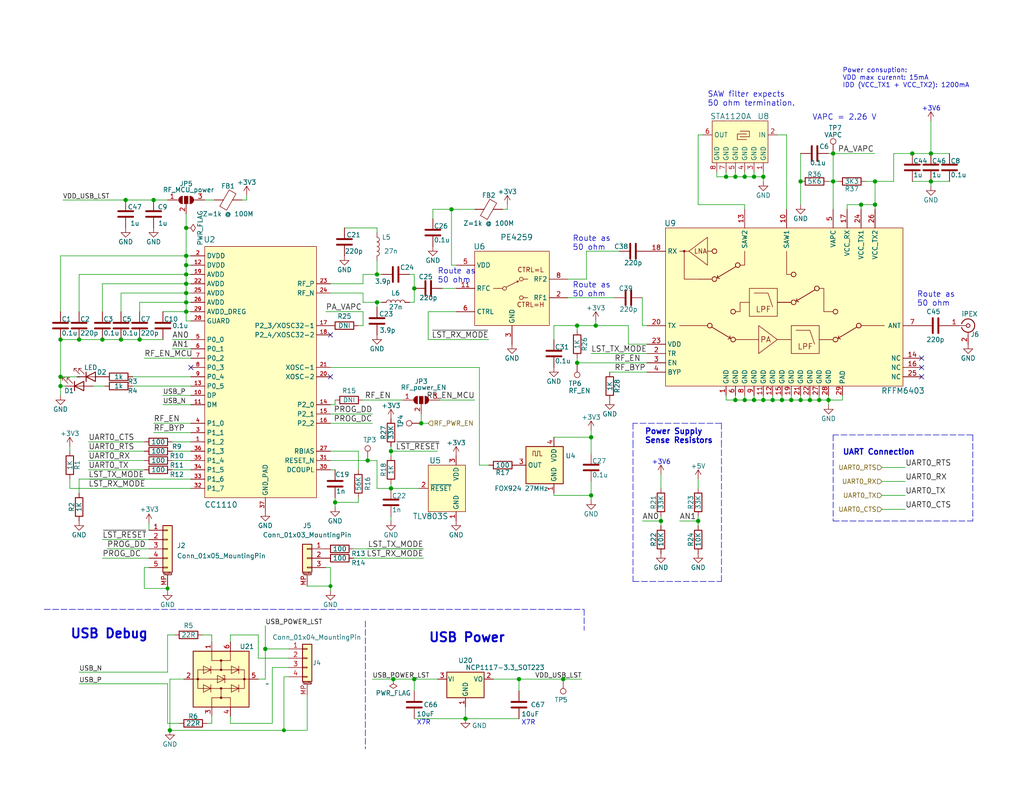
<source format=kicad_sch>
(kicad_sch (version 20211123) (generator eeschema)

  (uuid 31b0c6a8-031c-465a-a937-d97b09c540f9)

  (paper "USLetter")

  (title_block
    (title "OpenLST Reference Design")
    (date "2018-08-02")
    (rev "2.1")
    (comment 1 "Drawn by Ryan Kingsbury")
    (comment 2 "License")
    (comment 3 "This work is licensed under a Creative Commons Attribution-ShareAlike 4.0 International")
    (comment 4 "Copyright 2018 Planet Labs Inc")
  )

  

  (junction (at 254 49.53) (diameter 1.016) (color 0 0 0 0)
    (uuid 01c59306-91a3-452b-92b5-9af8f8f257d6)
  )
  (junction (at 157.48 99.06) (diameter 1.016) (color 0 0 0 0)
    (uuid 0a79db37-f1d9-40b1-a24d-8bdfb8f637e2)
  )
  (junction (at 27.94 92.71) (diameter 1.016) (color 0 0 0 0)
    (uuid 0d095387-710d-4633-a6c3-04eab60b585a)
  )
  (junction (at 50.8 80.01) (diameter 1.016) (color 0 0 0 0)
    (uuid 10fa1a8c-62cb-4b8f-b916-b18d737ff71b)
  )
  (junction (at 153.67 185.42) (diameter 1.016) (color 0 0 0 0)
    (uuid 188eabba-12a3-47b7-9be1-03f0c5a948eb)
  )
  (junction (at 50.8 62.23) (diameter 1.016) (color 0 0 0 0)
    (uuid 19515fa4-c166-4b6e-837d-c01a89e98000)
  )
  (junction (at 21.59 92.71) (diameter 1.016) (color 0 0 0 0)
    (uuid 23345f3e-d08d-4834-b1dc-64de02569916)
  )
  (junction (at 100.33 125.73) (diameter 1.016) (color 0 0 0 0)
    (uuid 29cd9e70-9b68-44f7-96b2-fe993c246832)
  )
  (junction (at 215.9 109.22) (diameter 1.016) (color 0 0 0 0)
    (uuid 2ad4b4ba-3abd-4313-bed9-1edce936a95e)
  )
  (junction (at 102.87 74.93) (diameter 1.016) (color 0 0 0 0)
    (uuid 2e1d63b8-5189-41bb-8b6a-c4ada546b2d5)
  )
  (junction (at 107.315 185.42) (diameter 1.016) (color 0 0 0 0)
    (uuid 2f33286e-7553-4442-acf0-23c61fcd6ab0)
  )
  (junction (at 113.03 78.74) (diameter 1.016) (color 0 0 0 0)
    (uuid 2f5467a7-bd49-433c-92f2-60a842e66f7b)
  )
  (junction (at 161.29 119.38) (diameter 1.016) (color 0 0 0 0)
    (uuid 315d2b15-cfe6-4672-b3ad-24773f3df12c)
  )
  (junction (at 114.935 115.57) (diameter 1.016) (color 0 0 0 0)
    (uuid 41524d81-a7f7-45af-a8c6-15609b68d1fd)
  )
  (junction (at 50.8 69.85) (diameter 1.016) (color 0 0 0 0)
    (uuid 43f341b3-06e9-4e7a-a26e-5365b89d76bf)
  )
  (junction (at 208.28 48.26) (diameter 1.016) (color 0 0 0 0)
    (uuid 45a58c23-3e6d-4df0-af01-6d5948b0075c)
  )
  (junction (at 106.68 123.19) (diameter 1.016) (color 0 0 0 0)
    (uuid 47484446-e64c-4a82-88af-15de92cf6ad4)
  )
  (junction (at 203.2 109.22) (diameter 1.016) (color 0 0 0 0)
    (uuid 48034820-9d25-4020-8e74-d44c1441e803)
  )
  (junction (at 50.8 72.39) (diameter 1.016) (color 0 0 0 0)
    (uuid 4d51bc15-1f84-46be-8e16-e836b10f854e)
  )
  (junction (at 38.1 92.71) (diameter 1.016) (color 0 0 0 0)
    (uuid 5099f397-6fe7-454f-899c-34e2b5f22ca7)
  )
  (junction (at 106.68 133.35) (diameter 1.016) (color 0 0 0 0)
    (uuid 5206328f-de7d-41ba-bad8-f1768b7701cb)
  )
  (junction (at 234.95 55.88) (diameter 1.016) (color 0 0 0 0)
    (uuid 524d7aa8-362f-459a-b2ae-4ca2a0b1612b)
  )
  (junction (at 208.28 109.22) (diameter 1.016) (color 0 0 0 0)
    (uuid 5641be26-f5e9-482f-8616-297f17f4eae2)
  )
  (junction (at 161.29 135.255) (diameter 1.016) (color 0 0 0 0)
    (uuid 5a319d05-1a85-43fe-a179-ebcee7212a03)
  )
  (junction (at 41.91 54.61) (diameter 1.016) (color 0 0 0 0)
    (uuid 6474aa6c-825c-4f0f-9938-759b68df02a5)
  )
  (junction (at 91.44 137.16) (diameter 1.016) (color 0 0 0 0)
    (uuid 7114de55-86d9-46c1-a412-07f5eb895435)
  )
  (junction (at 113.03 185.42) (diameter 1.016) (color 0 0 0 0)
    (uuid 71aa3829-956e-4ff9-af3f-b06e50ab2b5a)
  )
  (junction (at 50.8 85.09) (diameter 1.016) (color 0 0 0 0)
    (uuid 750e60a2-e808-4253-8275-b79930fb2714)
  )
  (junction (at 16.51 102.87) (diameter 1.016) (color 0 0 0 0)
    (uuid 799d9f4a-bb6b-44d5-9f4c-3a30db59943d)
  )
  (junction (at 200.66 109.22) (diameter 1.016) (color 0 0 0 0)
    (uuid 7df9ce6f-7f38-4582-a049-7f92faf1abc9)
  )
  (junction (at 162.56 88.9) (diameter 1.016) (color 0 0 0 0)
    (uuid 80ace02d-cb21-4f08-bc25-572a9e56ff99)
  )
  (junction (at 180.34 142.24) (diameter 1.016) (color 0 0 0 0)
    (uuid 82907d2e-4560-49c2-9cfc-01b127317195)
  )
  (junction (at 227.33 41.91) (diameter 1.016) (color 0 0 0 0)
    (uuid 8313e187-c805-4927-8002-313a51839243)
  )
  (junction (at 213.36 109.22) (diameter 1.016) (color 0 0 0 0)
    (uuid 86143bb0-7899-4df8-b1df-baa3c0ac7889)
  )
  (junction (at 90.17 160.02) (diameter 0) (color 0 0 0 0)
    (uuid 86f67d61-a2b4-4cf8-8a62-bfc09e12d9c9)
  )
  (junction (at 238.76 49.53) (diameter 1.016) (color 0 0 0 0)
    (uuid 8fd0b33a-45bf-4216-9d7e-a62e1c071730)
  )
  (junction (at 210.82 109.22) (diameter 1.016) (color 0 0 0 0)
    (uuid 90d503cf-92b2-4120-a4b0-03a2eddde893)
  )
  (junction (at 200.66 48.26) (diameter 1.016) (color 0 0 0 0)
    (uuid 93afd2e8-e16c-4e06-b872-cf0e624aee35)
  )
  (junction (at 50.8 77.47) (diameter 1.016) (color 0 0 0 0)
    (uuid 9e18f8b3-9e1a-4022-9224-10c12ca8a28d)
  )
  (junction (at 198.12 48.26) (diameter 1.016) (color 0 0 0 0)
    (uuid a09cb1c4-cc63-49c7-a35f-4b80c3ba2217)
  )
  (junction (at 34.29 54.61) (diameter 1.016) (color 0 0 0 0)
    (uuid a12b751e-ae7a-468c-af3d-31ed4d501b01)
  )
  (junction (at 127 196.215) (diameter 1.016) (color 0 0 0 0)
    (uuid a311f3c6-42e3-4584-9725-4a62ff91b6e3)
  )
  (junction (at 254 41.91) (diameter 1.016) (color 0 0 0 0)
    (uuid a4911204-1308-4d17-90a9-1ff5f9c57c9b)
  )
  (junction (at 16.51 92.71) (diameter 1.016) (color 0 0 0 0)
    (uuid ab0ea55a-63b3-4ece-836d-2844713a821f)
  )
  (junction (at 190.5 142.24) (diameter 1.016) (color 0 0 0 0)
    (uuid ab34b936-8ca5-4be1-8599-504cb86609fc)
  )
  (junction (at 45.72 160.655) (diameter 0) (color 0 0 0 0)
    (uuid ab4c6aa6-5889-4395-8d27-4e7365494072)
  )
  (junction (at 227.33 49.53) (diameter 1.016) (color 0 0 0 0)
    (uuid b5cea0b5-192f-476b-a3c8-0c26e2231699)
  )
  (junction (at 220.98 109.22) (diameter 1.016) (color 0 0 0 0)
    (uuid bc01f3e7-a131-4f66-8abc-cc13e855d5e5)
  )
  (junction (at 123.19 57.15) (diameter 1.016) (color 0 0 0 0)
    (uuid bcacf97a-a49b-480c-96ed-a857f56faeb2)
  )
  (junction (at 77.47 199.39) (diameter 0) (color 0 0 0 0)
    (uuid bd1ae869-1fa0-4332-8022-302f75047c3c)
  )
  (junction (at 205.74 48.26) (diameter 1.016) (color 0 0 0 0)
    (uuid be118b00-015b-445a-8fc5-7bf35350fda8)
  )
  (junction (at 16.51 105.41) (diameter 1.016) (color 0 0 0 0)
    (uuid c220da05-2a98-47be-9327-0c73c5263c41)
  )
  (junction (at 141.605 185.42) (diameter 1.016) (color 0 0 0 0)
    (uuid c38f28b6-5bd4-4cf9-b273-1e7b230f6b42)
  )
  (junction (at 218.44 49.53) (diameter 1.016) (color 0 0 0 0)
    (uuid cd2580a0-9e4c-4895-a13c-3b2ee33bafc4)
  )
  (junction (at 50.8 74.93) (diameter 1.016) (color 0 0 0 0)
    (uuid cd48b13f-c989-4ac1-a7f0-053afcd77527)
  )
  (junction (at 218.44 109.22) (diameter 1.016) (color 0 0 0 0)
    (uuid d337c492-7429-4618-b378-df29f72737e3)
  )
  (junction (at 157.48 88.9) (diameter 1.016) (color 0 0 0 0)
    (uuid d5c86a84-6c8b-48b5-b583-2fe7052421ab)
  )
  (junction (at 203.2 48.26) (diameter 1.016) (color 0 0 0 0)
    (uuid dd3da890-32ef-4a5a-aea4-e5d2141f1ff1)
  )
  (junction (at 102.87 82.55) (diameter 1.016) (color 0 0 0 0)
    (uuid dd5f7736-b8aa-44f2-a044-e514d63d48f3)
  )
  (junction (at 226.06 109.22) (diameter 1.016) (color 0 0 0 0)
    (uuid e002a979-85bc-451a-a77b-29ce2a8f19f9)
  )
  (junction (at 50.8 82.55) (diameter 1.016) (color 0 0 0 0)
    (uuid e7376da1-2f59-4570-81e8-46fca0289df0)
  )
  (junction (at 205.74 109.22) (diameter 1.016) (color 0 0 0 0)
    (uuid e8312cc4-6502-4783-b578-55c01e0393af)
  )
  (junction (at 33.02 92.71) (diameter 1.016) (color 0 0 0 0)
    (uuid ea7c53f9-3aa8-4198-9879-de95a5257915)
  )
  (junction (at 248.92 41.91) (diameter 1.016) (color 0 0 0 0)
    (uuid f240e733-157e-4a15-812f-78f42d8a8322)
  )
  (junction (at 46.355 199.39) (diameter 1.016) (color 0 0 0 0)
    (uuid f48f1d12-9008-4743-81e2-bdec45db64a1)
  )
  (junction (at 72.39 177.165) (diameter 1.016) (color 0 0 0 0)
    (uuid f879c0e8-5893-4eb4-8e59-2292a632100f)
  )
  (junction (at 238.76 55.88) (diameter 1.016) (color 0 0 0 0)
    (uuid fc13962a-a464-4fa2-b9a6-4c26667104ee)
  )
  (junction (at 223.52 109.22) (diameter 1.016) (color 0 0 0 0)
    (uuid fd34aa56-ded2-4e97-965a-a39457716f0c)
  )

  (no_connect (at 90.17 91.44) (uuid 07da0a64-f33b-469a-973d-c9b25dd8db9e))
  (no_connect (at 90.17 102.87) (uuid 39387e56-b387-4959-94ce-73d8a78be2b3))
  (no_connect (at 251.46 102.87) (uuid db1a56a6-b7b9-4146-8cd1-d658900b5370))
  (no_connect (at 52.07 100.33) (uuid df72d2fc-ccdb-4b79-8a89-20cce0c913c5))
  (no_connect (at 251.46 100.33) (uuid ee771831-bd6c-4140-95ae-f4245c540cb3))
  (no_connect (at 251.46 97.79) (uuid f69c727c-cf15-44ef-bbb7-55c493ba44b2))

  (wire (pts (xy 44.45 85.09) (xy 50.8 85.09))
    (stroke (width 0) (type solid) (color 0 0 0 0))
    (uuid 001f07de-c19f-406c-b57a-a7031dae9029)
  )
  (wire (pts (xy 33.02 85.09) (xy 33.02 80.01))
    (stroke (width 0) (type solid) (color 0 0 0 0))
    (uuid 018609aa-4a55-47cc-a055-9d5ffe6dc215)
  )
  (wire (pts (xy 45.72 160.655) (xy 45.72 161.29))
    (stroke (width 0) (type default) (color 0 0 0 0))
    (uuid 01b78dbf-3409-41aa-9496-f65444fa6c41)
  )
  (wire (pts (xy 200.66 107.95) (xy 200.66 109.22))
    (stroke (width 0) (type solid) (color 0 0 0 0))
    (uuid 0373717a-7c25-4cdc-8b84-630b3315e48e)
  )
  (wire (pts (xy 141.605 185.42) (xy 153.67 185.42))
    (stroke (width 0) (type solid) (color 0 0 0 0))
    (uuid 059e8dca-9ef5-4b78-b8b5-aeb79e8f2bfd)
  )
  (wire (pts (xy 153.67 185.42) (xy 158.75 185.42))
    (stroke (width 0) (type solid) (color 0 0 0 0))
    (uuid 059e8dca-9ef5-4b78-b8b5-aeb79e8f2bfe)
  )
  (wire (pts (xy 218.44 109.22) (xy 218.44 107.95))
    (stroke (width 0) (type solid) (color 0 0 0 0))
    (uuid 0710b66f-ed0f-4f67-aa8a-31dd493d8f35)
  )
  (wire (pts (xy 91.44 135.89) (xy 91.44 137.16))
    (stroke (width 0) (type solid) (color 0 0 0 0))
    (uuid 09154a0d-12c0-48b5-9163-39dfdea66f78)
  )
  (wire (pts (xy 99.06 109.22) (xy 109.855 109.22))
    (stroke (width 0) (type solid) (color 0 0 0 0))
    (uuid 09a75c36-fcdf-40c7-95be-3890ff327f77)
  )
  (wire (pts (xy 16.51 102.87) (xy 20.955 102.87))
    (stroke (width 0) (type solid) (color 0 0 0 0))
    (uuid 0b6b40ce-ef74-431c-877d-a5a7c35123ec)
  )
  (wire (pts (xy 218.44 49.53) (xy 218.44 55.88))
    (stroke (width 0) (type solid) (color 0 0 0 0))
    (uuid 0c0d9994-3ef0-4a04-88b7-fc1eb3001b96)
  )
  (wire (pts (xy 44.45 110.49) (xy 52.07 110.49))
    (stroke (width 0) (type solid) (color 0 0 0 0))
    (uuid 0c4711d2-f924-4aaf-b681-013f2e628010)
  )
  (polyline (pts (xy 227.33 118.745) (xy 227.33 142.24))
    (stroke (width 0) (type dash) (color 0 0 0 0))
    (uuid 0c9843d3-6f79-438b-95f0-dfbdac5cc9dc)
  )

  (wire (pts (xy 254 49.53) (xy 254 50.8))
    (stroke (width 0) (type solid) (color 0 0 0 0))
    (uuid 0d027b60-4a36-4ddb-b001-ac52e50f2d2d)
  )
  (wire (pts (xy 90.17 100.33) (xy 130.81 100.33))
    (stroke (width 0) (type solid) (color 0 0 0 0))
    (uuid 0d2c17bc-b8aa-45c1-b925-6665cb347660)
  )
  (wire (pts (xy 50.8 85.09) (xy 50.8 87.63))
    (stroke (width 0) (type solid) (color 0 0 0 0))
    (uuid 0e72e75f-373b-435d-b33b-09ebfd173830)
  )
  (wire (pts (xy 21.59 74.93) (xy 50.8 74.93))
    (stroke (width 0) (type solid) (color 0 0 0 0))
    (uuid 0e846a0c-79e7-488b-ba52-6f3e26c690b2)
  )
  (wire (pts (xy 210.82 109.22) (xy 210.82 107.95))
    (stroke (width 0) (type solid) (color 0 0 0 0))
    (uuid 0f609822-a8cd-43ce-84e2-f7d94f29511a)
  )
  (wire (pts (xy 234.95 55.88) (xy 238.76 55.88))
    (stroke (width 0) (type solid) (color 0 0 0 0))
    (uuid 109b5d79-35e2-4194-b65b-12103b73437d)
  )
  (wire (pts (xy 67.31 54.61) (xy 66.04 54.61))
    (stroke (width 0) (type solid) (color 0 0 0 0))
    (uuid 10e88112-67c2-446f-b77b-b8a3b994c6ea)
  )
  (wire (pts (xy 16.51 92.71) (xy 21.59 92.71))
    (stroke (width 0) (type solid) (color 0 0 0 0))
    (uuid 113ffbe2-2693-4119-bdb8-11dea62ba7f3)
  )
  (wire (pts (xy 21.59 92.71) (xy 27.94 92.71))
    (stroke (width 0) (type solid) (color 0 0 0 0))
    (uuid 113ffbe2-2693-4119-bdb8-11dea62ba7f4)
  )
  (wire (pts (xy 27.94 92.71) (xy 33.02 92.71))
    (stroke (width 0) (type solid) (color 0 0 0 0))
    (uuid 113ffbe2-2693-4119-bdb8-11dea62ba7f5)
  )
  (wire (pts (xy 33.02 92.71) (xy 38.1 92.71))
    (stroke (width 0) (type solid) (color 0 0 0 0))
    (uuid 113ffbe2-2693-4119-bdb8-11dea62ba7f6)
  )
  (wire (pts (xy 38.1 92.71) (xy 44.45 92.71))
    (stroke (width 0) (type solid) (color 0 0 0 0))
    (uuid 113ffbe2-2693-4119-bdb8-11dea62ba7f7)
  )
  (wire (pts (xy 25.4 105.41) (xy 28.575 105.41))
    (stroke (width 0) (type solid) (color 0 0 0 0))
    (uuid 1146694e-218f-4201-8413-2bbbd0b538b8)
  )
  (wire (pts (xy 200.66 109.22) (xy 203.2 109.22))
    (stroke (width 0) (type solid) (color 0 0 0 0))
    (uuid 11aedbf9-ee99-46e0-b57c-61a564fc0c9d)
  )
  (wire (pts (xy 226.06 109.22) (xy 229.87 109.22))
    (stroke (width 0) (type solid) (color 0 0 0 0))
    (uuid 11b61e24-b47d-4468-a231-e50344252b5c)
  )
  (wire (pts (xy 106.68 123.19) (xy 119.38 123.19))
    (stroke (width 0) (type solid) (color 0 0 0 0))
    (uuid 11ba78fb-ebb8-4e98-bba1-f0585b1932a3)
  )
  (wire (pts (xy 113.03 196.215) (xy 127 196.215))
    (stroke (width 0) (type solid) (color 0 0 0 0))
    (uuid 1348c5ac-2fb1-4a67-8dfd-2636db4fd5c6)
  )
  (polyline (pts (xy 172.72 158.75) (xy 196.85 158.75))
    (stroke (width 0) (type dash) (color 0 0 0 0))
    (uuid 141d3c1a-1762-448a-9cfa-f89bf7413dc7)
  )

  (wire (pts (xy 213.36 109.22) (xy 215.9 109.22))
    (stroke (width 0) (type solid) (color 0 0 0 0))
    (uuid 1522b5bc-ebf8-41de-9572-261e3a69705d)
  )
  (wire (pts (xy 191.77 36.83) (xy 190.5 36.83))
    (stroke (width 0) (type solid) (color 0 0 0 0))
    (uuid 15ac16c8-52ac-44ce-a521-a190b21f0924)
  )
  (wire (pts (xy 97.79 123.19) (xy 97.79 128.27))
    (stroke (width 0) (type solid) (color 0 0 0 0))
    (uuid 166b26ff-bfb3-406d-ad92-203f5b99e068)
  )
  (wire (pts (xy 171.45 88.9) (xy 171.45 93.98))
    (stroke (width 0) (type solid) (color 0 0 0 0))
    (uuid 167037b1-d01c-491f-a1c7-b20d8f415ca8)
  )
  (wire (pts (xy 220.98 109.22) (xy 223.52 109.22))
    (stroke (width 0) (type solid) (color 0 0 0 0))
    (uuid 192212d3-ee44-4e56-bc2e-76b0d5b77d7d)
  )
  (wire (pts (xy 50.8 77.47) (xy 50.8 80.01))
    (stroke (width 0) (type solid) (color 0 0 0 0))
    (uuid 1a979674-d889-47de-966a-8123d483e225)
  )
  (wire (pts (xy 50.8 72.39) (xy 50.8 74.93))
    (stroke (width 0) (type solid) (color 0 0 0 0))
    (uuid 1b5f8d9f-c23f-4236-9fd7-834c95ba777f)
  )
  (wire (pts (xy 90.17 160.02) (xy 90.17 161.29))
    (stroke (width 0) (type default) (color 0 0 0 0))
    (uuid 1bae8a9a-73a5-4b80-aafe-d6267ec1f9e3)
  )
  (wire (pts (xy 83.82 160.02) (xy 90.17 160.02))
    (stroke (width 0) (type default) (color 0 0 0 0))
    (uuid 1c0e3b13-fd8d-4bae-8029-f091c72eefff)
  )
  (wire (pts (xy 166.37 101.6) (xy 176.53 101.6))
    (stroke (width 0) (type solid) (color 0 0 0 0))
    (uuid 1d9b658c-72c4-4fa8-8714-18f25c995c9e)
  )
  (wire (pts (xy 114.935 115.57) (xy 116.84 115.57))
    (stroke (width 0) (type solid) (color 0 0 0 0))
    (uuid 1dc67f17-17fc-4b94-a2b7-70a0b6a5895f)
  )
  (wire (pts (xy 19.05 130.81) (xy 19.05 133.35))
    (stroke (width 0) (type solid) (color 0 0 0 0))
    (uuid 1e1bea3b-7b95-4b92-8311-8c0cf9ab3b11)
  )
  (wire (pts (xy 151.13 119.38) (xy 161.29 119.38))
    (stroke (width 0) (type solid) (color 0 0 0 0))
    (uuid 1ec1b280-1569-452e-b090-747caa7aaf5a)
  )
  (wire (pts (xy 161.29 119.38) (xy 161.29 117.475))
    (stroke (width 0) (type solid) (color 0 0 0 0))
    (uuid 1ec1b280-1569-452e-b090-747caa7aaf5b)
  )
  (wire (pts (xy 124.46 85.09) (xy 116.84 85.09))
    (stroke (width 0) (type solid) (color 0 0 0 0))
    (uuid 1f347094-93bf-4b07-9085-d23f0392ce6c)
  )
  (wire (pts (xy 161.29 119.38) (xy 161.29 123.825))
    (stroke (width 0) (type solid) (color 0 0 0 0))
    (uuid 206c2727-0113-4166-a45e-63cd4490f544)
  )
  (wire (pts (xy 45.72 173.355) (xy 45.72 183.515))
    (stroke (width 0) (type solid) (color 0 0 0 0))
    (uuid 23adf46f-58d5-49e7-a049-169b28eff4df)
  )
  (polyline (pts (xy 196.85 158.75) (xy 196.85 120.65))
    (stroke (width 0) (type dash) (color 0 0 0 0))
    (uuid 23d25f05-5e54-4add-8440-1b652a8f7209)
  )

  (wire (pts (xy 240.665 139.065) (xy 247.015 139.065))
    (stroke (width 0) (type solid) (color 0 0 0 0))
    (uuid 24e7097d-1990-444b-8d4e-bac95a486c84)
  )
  (wire (pts (xy 57.785 175.26) (xy 57.785 173.355))
    (stroke (width 0) (type solid) (color 0 0 0 0))
    (uuid 26f203a9-b1fb-4798-898c-bbb5c7b4fd8f)
  )
  (wire (pts (xy 90.17 125.73) (xy 100.33 125.73))
    (stroke (width 0) (type solid) (color 0 0 0 0))
    (uuid 29ab046f-fabe-47c6-935c-bbb7ccacdac1)
  )
  (wire (pts (xy 100.33 125.73) (xy 102.87 125.73))
    (stroke (width 0) (type solid) (color 0 0 0 0))
    (uuid 29ab046f-fabe-47c6-935c-bbb7ccacdac2)
  )
  (wire (pts (xy 21.59 85.09) (xy 21.59 74.93))
    (stroke (width 0) (type solid) (color 0 0 0 0))
    (uuid 2b149225-5dc2-45e9-91fc-16c401e34f41)
  )
  (wire (pts (xy 27.94 77.47) (xy 50.8 77.47))
    (stroke (width 0) (type solid) (color 0 0 0 0))
    (uuid 2b38cbfa-8e29-4a9f-a100-1bf551f2379b)
  )
  (wire (pts (xy 198.12 109.22) (xy 200.66 109.22))
    (stroke (width 0) (type solid) (color 0 0 0 0))
    (uuid 2c47ad53-33de-48d0-bff8-867bbe6ccf17)
  )
  (polyline (pts (xy 265.43 118.745) (xy 265.43 142.24))
    (stroke (width 0) (type dash) (color 0 0 0 0))
    (uuid 2fed46af-ab5c-4f22-ad2e-9dac43568b3a)
  )

  (wire (pts (xy 200.66 48.26) (xy 200.66 46.99))
    (stroke (width 0) (type solid) (color 0 0 0 0))
    (uuid 319e19cc-8189-4657-9354-e7d7cb79752d)
  )
  (wire (pts (xy 99.06 74.93) (xy 102.87 74.93))
    (stroke (width 0) (type solid) (color 0 0 0 0))
    (uuid 32085c14-c8ff-4c74-bb8f-f38df5e2722c)
  )
  (wire (pts (xy 45.72 160.02) (xy 45.72 160.655))
    (stroke (width 0) (type default) (color 0 0 0 0))
    (uuid 33e728c2-576d-43c1-b4ab-b23eac1eb59d)
  )
  (wire (pts (xy 44.45 107.95) (xy 52.07 107.95))
    (stroke (width 0) (type solid) (color 0 0 0 0))
    (uuid 34712cd0-50ed-45a2-b52a-b463af69f139)
  )
  (wire (pts (xy 138.43 55.88) (xy 138.43 57.15))
    (stroke (width 0) (type solid) (color 0 0 0 0))
    (uuid 351e7051-f1c9-4aa2-8c25-261cf1a35681)
  )
  (wire (pts (xy 116.84 92.71) (xy 133.35 92.71))
    (stroke (width 0) (type solid) (color 0 0 0 0))
    (uuid 35c1ac7b-c789-4037-960a-7da6b39d1275)
  )
  (wire (pts (xy 205.74 109.22) (xy 208.28 109.22))
    (stroke (width 0) (type solid) (color 0 0 0 0))
    (uuid 377ad559-3999-4409-81a7-04291c175624)
  )
  (polyline (pts (xy 265.43 118.745) (xy 227.33 118.745))
    (stroke (width 0) (type dash) (color 0 0 0 0))
    (uuid 385a79cc-0097-4e5c-bd36-c7e34fd821ea)
  )

  (wire (pts (xy 229.87 109.22) (xy 229.87 107.95))
    (stroke (width 0) (type solid) (color 0 0 0 0))
    (uuid 38844825-51c0-4f8e-9567-c34438335e7d)
  )
  (wire (pts (xy 130.81 127) (xy 130.81 100.33))
    (stroke (width 0) (type solid) (color 0 0 0 0))
    (uuid 3b73e0c8-243f-471d-8ab9-f1844142f0a7)
  )
  (wire (pts (xy 50.8 80.01) (xy 50.8 82.55))
    (stroke (width 0) (type solid) (color 0 0 0 0))
    (uuid 3b8b6c41-2a6e-4dbf-8bc2-90b6df22e0b4)
  )
  (wire (pts (xy 226.06 109.22) (xy 226.06 110.49))
    (stroke (width 0) (type solid) (color 0 0 0 0))
    (uuid 3c0cba5d-8a1f-4fe4-bcef-cbb4e4900909)
  )
  (wire (pts (xy 67.31 53.34) (xy 67.31 54.61))
    (stroke (width 0) (type solid) (color 0 0 0 0))
    (uuid 3c7b332a-4c7a-4be5-a625-ceb96b7861ae)
  )
  (wire (pts (xy 195.58 48.26) (xy 198.12 48.26))
    (stroke (width 0) (type solid) (color 0 0 0 0))
    (uuid 3d9b2b5b-9a1d-48d3-bee2-c14975f3b3b4)
  )
  (wire (pts (xy 212.09 36.83) (xy 214.63 36.83))
    (stroke (width 0) (type solid) (color 0 0 0 0))
    (uuid 3e04bef0-7da8-4f01-8f5f-fca31f526381)
  )
  (wire (pts (xy 55.245 173.355) (xy 57.785 173.355))
    (stroke (width 0) (type solid) (color 0 0 0 0))
    (uuid 3ed27699-bb6a-4f70-9a2c-a62edae58f99)
  )
  (wire (pts (xy 102.87 125.73) (xy 102.87 133.35))
    (stroke (width 0) (type solid) (color 0 0 0 0))
    (uuid 3ee5e65d-a9c9-4286-9944-68ba1a61bfab)
  )
  (wire (pts (xy 254 33.02) (xy 254 41.91))
    (stroke (width 0) (type solid) (color 0 0 0 0))
    (uuid 3ff13a61-1e0c-4855-9d52-4fc1ece5382c)
  )
  (wire (pts (xy 99.06 88.9) (xy 99.06 85.09))
    (stroke (width 0) (type solid) (color 0 0 0 0))
    (uuid 4379819c-3929-474f-9d68-fda9f54ff7ab)
  )
  (wire (pts (xy 205.74 48.26) (xy 208.28 48.26))
    (stroke (width 0) (type solid) (color 0 0 0 0))
    (uuid 43d12444-e377-4197-9968-783a58bc8424)
  )
  (wire (pts (xy 157.48 88.9) (xy 162.56 88.9))
    (stroke (width 0) (type solid) (color 0 0 0 0))
    (uuid 46f58c7c-d3d5-4dd3-b2f6-b6348c8f541b)
  )
  (wire (pts (xy 90.17 154.94) (xy 90.17 160.02))
    (stroke (width 0) (type solid) (color 0 0 0 0))
    (uuid 48a74c96-989d-4fa5-b2a0-276dce85907d)
  )
  (wire (pts (xy 151.13 88.9) (xy 157.48 88.9))
    (stroke (width 0) (type solid) (color 0 0 0 0))
    (uuid 4c25f994-e097-45ed-9313-a42e3921ec7f)
  )
  (wire (pts (xy 223.52 109.22) (xy 223.52 107.95))
    (stroke (width 0) (type solid) (color 0 0 0 0))
    (uuid 4c3d8401-f612-4aa4-83e5-cabfa7c0f8b4)
  )
  (wire (pts (xy 107.315 185.42) (xy 113.03 185.42))
    (stroke (width 0) (type solid) (color 0 0 0 0))
    (uuid 4e0c1450-4220-49bf-a471-18367ec7cb1a)
  )
  (wire (pts (xy 99.06 82.55) (xy 99.06 80.01))
    (stroke (width 0) (type solid) (color 0 0 0 0))
    (uuid 4f299961-cb99-4155-869d-50162b2f4adb)
  )
  (polyline (pts (xy 12.065 166.37) (xy 154.305 166.37))
    (stroke (width 0) (type dash) (color 0 0 0 0))
    (uuid 50389179-35d1-47b7-b3d6-0fb15410f90d)
  )

  (wire (pts (xy 106.68 121.92) (xy 106.68 123.19))
    (stroke (width 0) (type solid) (color 0 0 0 0))
    (uuid 54344b2a-2650-4b56-91ff-bdecd1faf38e)
  )
  (wire (pts (xy 50.8 74.93) (xy 52.07 74.93))
    (stroke (width 0) (type solid) (color 0 0 0 0))
    (uuid 54d13763-408b-4a41-9186-7e3af4a919ac)
  )
  (wire (pts (xy 238.76 49.53) (xy 238.76 55.88))
    (stroke (width 0) (type solid) (color 0 0 0 0))
    (uuid 55d8989a-e63a-4fe3-8f86-b0e3191accfc)
  )
  (wire (pts (xy 52.07 92.71) (xy 46.99 92.71))
    (stroke (width 0) (type solid) (color 0 0 0 0))
    (uuid 56ce3273-3ee0-4329-bbcd-d8b69a8f3070)
  )
  (wire (pts (xy 97.79 137.16) (xy 91.44 137.16))
    (stroke (width 0) (type solid) (color 0 0 0 0))
    (uuid 581955b6-e8e4-4d61-a578-7709ab29ac75)
  )
  (polyline (pts (xy 159.385 166.37) (xy 159.385 172.085))
    (stroke (width 0) (type dash) (color 0 0 0 0))
    (uuid 59fc9f67-3071-4a3e-bf95-8e565640fbe7)
  )

  (wire (pts (xy 223.52 109.22) (xy 226.06 109.22))
    (stroke (width 0) (type solid) (color 0 0 0 0))
    (uuid 5c23ba07-6096-4e98-b472-ec8a3c15d914)
  )
  (wire (pts (xy 214.63 36.83) (xy 214.63 57.15))
    (stroke (width 0) (type solid) (color 0 0 0 0))
    (uuid 5e00478d-591e-4800-86e9-0db75327ffde)
  )
  (wire (pts (xy 134.62 185.42) (xy 141.605 185.42))
    (stroke (width 0) (type solid) (color 0 0 0 0))
    (uuid 5e547642-a505-4bbe-86b4-91097382ca0a)
  )
  (wire (pts (xy 231.14 57.15) (xy 231.14 55.88))
    (stroke (width 0) (type solid) (color 0 0 0 0))
    (uuid 5fbab6f0-2fe5-438b-9916-372b40015674)
  )
  (wire (pts (xy 45.72 186.69) (xy 45.72 197.485))
    (stroke (width 0) (type solid) (color 0 0 0 0))
    (uuid 602711c7-ab6a-413f-aa75-921555f8d673)
  )
  (wire (pts (xy 175.26 81.28) (xy 175.26 88.9))
    (stroke (width 0) (type solid) (color 0 0 0 0))
    (uuid 6148ea10-01a1-4644-ba84-1ee54146d684)
  )
  (wire (pts (xy 162.56 88.9) (xy 171.45 88.9))
    (stroke (width 0) (type solid) (color 0 0 0 0))
    (uuid 635fb2b2-74b7-4a48-bb98-29135b228a90)
  )
  (wire (pts (xy 99.06 77.47) (xy 90.17 77.47))
    (stroke (width 0) (type solid) (color 0 0 0 0))
    (uuid 6365cebb-414f-484d-9061-826154abad6e)
  )
  (wire (pts (xy 39.37 120.65) (xy 24.13 120.65))
    (stroke (width 0) (type solid) (color 0 0 0 0))
    (uuid 63e5da63-984b-4325-825d-29e69a73e506)
  )
  (wire (pts (xy 90.17 123.19) (xy 97.79 123.19))
    (stroke (width 0) (type solid) (color 0 0 0 0))
    (uuid 6433c154-fe65-4b82-8e3c-617090328608)
  )
  (wire (pts (xy 190.5 36.83) (xy 190.5 55.88))
    (stroke (width 0) (type solid) (color 0 0 0 0))
    (uuid 65309526-ca44-4883-a14c-aa0a4ad629a8)
  )
  (wire (pts (xy 157.48 99.06) (xy 176.53 99.06))
    (stroke (width 0) (type solid) (color 0 0 0 0))
    (uuid 655486e1-3625-4e66-8a89-83850994e9b1)
  )
  (wire (pts (xy 46.99 120.65) (xy 52.07 120.65))
    (stroke (width 0) (type solid) (color 0 0 0 0))
    (uuid 65f8db90-bcee-42cd-aff6-f9c60f72bc15)
  )
  (wire (pts (xy 123.19 72.39) (xy 124.46 72.39))
    (stroke (width 0) (type solid) (color 0 0 0 0))
    (uuid 66bf476c-e461-4d98-9190-21f83347191c)
  )
  (wire (pts (xy 19.05 133.35) (xy 52.07 133.35))
    (stroke (width 0) (type solid) (color 0 0 0 0))
    (uuid 679b6ff4-ae13-41cd-ba2f-d2c2284c2873)
  )
  (wire (pts (xy 46.355 199.39) (xy 77.47 199.39))
    (stroke (width 0) (type solid) (color 0 0 0 0))
    (uuid 694af52a-d924-4cb4-a1d0-340b1574d9e5)
  )
  (wire (pts (xy 77.47 184.785) (xy 77.47 199.39))
    (stroke (width 0) (type solid) (color 0 0 0 0))
    (uuid 694af52a-d924-4cb4-a1d0-340b1574d9e6)
  )
  (wire (pts (xy 78.74 184.785) (xy 77.47 184.785))
    (stroke (width 0) (type solid) (color 0 0 0 0))
    (uuid 694af52a-d924-4cb4-a1d0-340b1574d9e7)
  )
  (wire (pts (xy 154.94 81.28) (xy 167.64 81.28))
    (stroke (width 0) (type solid) (color 0 0 0 0))
    (uuid 6979c3c4-9cfc-4090-8611-8da498b03b45)
  )
  (wire (pts (xy 34.29 54.61) (xy 41.91 54.61))
    (stroke (width 0) (type solid) (color 0 0 0 0))
    (uuid 69b52d80-69ad-48b4-b665-c0c61f72ca5c)
  )
  (wire (pts (xy 101.6 185.42) (xy 107.315 185.42))
    (stroke (width 0) (type solid) (color 0 0 0 0))
    (uuid 6a3f6217-6b38-4055-8146-358c82bc1f08)
  )
  (wire (pts (xy 123.19 57.15) (xy 129.54 57.15))
    (stroke (width 0) (type solid) (color 0 0 0 0))
    (uuid 6a80006e-9704-4dc7-8552-a3db52873233)
  )
  (wire (pts (xy 215.9 109.22) (xy 215.9 107.95))
    (stroke (width 0) (type solid) (color 0 0 0 0))
    (uuid 6b384fbc-84c7-404b-b3ab-6d2b76900679)
  )
  (wire (pts (xy 70.485 179.705) (xy 78.74 179.705))
    (stroke (width 0) (type solid) (color 0 0 0 0))
    (uuid 6bd6d4c7-5f56-4394-a946-93777ef9718d)
  )
  (wire (pts (xy 240.665 135.255) (xy 247.015 135.255))
    (stroke (width 0) (type solid) (color 0 0 0 0))
    (uuid 6d5bbaa9-e04b-459f-bf13-fe6c008de1c8)
  )
  (polyline (pts (xy 172.72 115.57) (xy 172.72 120.65))
    (stroke (width 0) (type dash) (color 0 0 0 0))
    (uuid 6e5cdfa3-54f3-49b2-b1bb-d02c4c191cdf)
  )

  (wire (pts (xy 97.79 88.9) (xy 99.06 88.9))
    (stroke (width 0) (type solid) (color 0 0 0 0))
    (uuid 73468ba7-6cdc-4032-bbd4-28e07c379c25)
  )
  (wire (pts (xy 114.935 113.03) (xy 114.935 115.57))
    (stroke (width 0) (type solid) (color 0 0 0 0))
    (uuid 75dc6861-985b-4dcc-ae41-3b01b23b2c9e)
  )
  (wire (pts (xy 16.51 105.41) (xy 17.78 105.41))
    (stroke (width 0) (type solid) (color 0 0 0 0))
    (uuid 760fd7ce-6820-406f-aaf1-acdbe1764e42)
  )
  (wire (pts (xy 113.03 74.93) (xy 113.03 78.74))
    (stroke (width 0) (type solid) (color 0 0 0 0))
    (uuid 76643cc2-fb16-4b06-b4bf-d87e9ec768d8)
  )
  (wire (pts (xy 113.03 78.74) (xy 113.03 82.55))
    (stroke (width 0) (type solid) (color 0 0 0 0))
    (uuid 76643cc2-fb16-4b06-b4bf-d87e9ec768d9)
  )
  (polyline (pts (xy 196.85 115.57) (xy 172.72 115.57))
    (stroke (width 0) (type dash) (color 0 0 0 0))
    (uuid 782d0c58-d462-4e36-bc2d-8c8e66955acf)
  )

  (wire (pts (xy 208.28 109.22) (xy 208.28 107.95))
    (stroke (width 0) (type solid) (color 0 0 0 0))
    (uuid 79cd4230-8bca-4907-99b2-4ff7f990ba6b)
  )
  (wire (pts (xy 200.66 48.26) (xy 203.2 48.26))
    (stroke (width 0) (type solid) (color 0 0 0 0))
    (uuid 79ed2e8a-306d-42b6-8f6f-c947a821b344)
  )
  (wire (pts (xy 123.19 57.15) (xy 123.19 72.39))
    (stroke (width 0) (type solid) (color 0 0 0 0))
    (uuid 7a45da04-9607-4770-b85f-b923c3ad2189)
  )
  (wire (pts (xy 62.865 173.355) (xy 62.865 175.26))
    (stroke (width 0) (type solid) (color 0 0 0 0))
    (uuid 7abebd6e-3e83-4d03-8beb-614fa529bddb)
  )
  (wire (pts (xy 203.2 55.88) (xy 203.2 57.15))
    (stroke (width 0) (type solid) (color 0 0 0 0))
    (uuid 7b8e73f4-8719-4e99-bafa-f343abcc656f)
  )
  (wire (pts (xy 254 49.53) (xy 259.08 49.53))
    (stroke (width 0) (type solid) (color 0 0 0 0))
    (uuid 7b8e97d9-90a6-4c2a-b2d1-0c0315433566)
  )
  (wire (pts (xy 50.8 69.85) (xy 52.07 69.85))
    (stroke (width 0) (type solid) (color 0 0 0 0))
    (uuid 7d0e0291-71de-4189-8f7d-2298754407f1)
  )
  (wire (pts (xy 190.5 142.24) (xy 185.42 142.24))
    (stroke (width 0) (type solid) (color 0 0 0 0))
    (uuid 7d1c63d1-a8b5-46cf-8191-b4302f30026f)
  )
  (wire (pts (xy 118.11 57.15) (xy 118.11 59.69))
    (stroke (width 0) (type solid) (color 0 0 0 0))
    (uuid 7dd4ec1f-fcda-49f2-9e1d-8f133a85d0db)
  )
  (wire (pts (xy 141.605 185.42) (xy 141.605 188.595))
    (stroke (width 0) (type solid) (color 0 0 0 0))
    (uuid 7ebeda66-9682-4a99-b807-2f8e35cf37ee)
  )
  (wire (pts (xy 99.06 82.55) (xy 102.87 82.55))
    (stroke (width 0) (type solid) (color 0 0 0 0))
    (uuid 836eec7c-fbf7-467e-9160-a1fb985d7965)
  )
  (wire (pts (xy 102.87 82.55) (xy 104.14 82.55))
    (stroke (width 0) (type solid) (color 0 0 0 0))
    (uuid 836eec7c-fbf7-467e-9160-a1fb985d7966)
  )
  (polyline (pts (xy 172.72 120.65) (xy 172.72 158.75))
    (stroke (width 0) (type dash) (color 0 0 0 0))
    (uuid 8428dbb0-0d99-43d6-b277-60623ffe8362)
  )

  (wire (pts (xy 70.485 173.355) (xy 62.865 173.355))
    (stroke (width 0) (type solid) (color 0 0 0 0))
    (uuid 847d8cbb-f8b4-4ef7-b94a-4ebeba8829fc)
  )
  (wire (pts (xy 157.48 90.17) (xy 157.48 88.9))
    (stroke (width 0) (type solid) (color 0 0 0 0))
    (uuid 84e60649-87ce-446b-9b41-8379c6f5f706)
  )
  (wire (pts (xy 127 196.215) (xy 141.605 196.215))
    (stroke (width 0) (type solid) (color 0 0 0 0))
    (uuid 88a13519-2d9a-4739-98a2-a6808614972c)
  )
  (wire (pts (xy 160.02 76.2) (xy 154.94 76.2))
    (stroke (width 0) (type solid) (color 0 0 0 0))
    (uuid 88e25da9-c291-4ef9-b838-38374b532784)
  )
  (wire (pts (xy 21.59 130.81) (xy 52.07 130.81))
    (stroke (width 0) (type solid) (color 0 0 0 0))
    (uuid 8979dc7e-f18d-4026-ab5b-e25b6573fb73)
  )
  (wire (pts (xy 102.87 133.35) (xy 106.68 133.35))
    (stroke (width 0) (type solid) (color 0 0 0 0))
    (uuid 89ab63f3-a5eb-418a-8dbc-aa545fe2fda3)
  )
  (wire (pts (xy 208.28 46.99) (xy 208.28 48.26))
    (stroke (width 0) (type solid) (color 0 0 0 0))
    (uuid 8a184c8d-2256-4956-8857-565d532421c3)
  )
  (wire (pts (xy 210.82 109.22) (xy 213.36 109.22))
    (stroke (width 0) (type solid) (color 0 0 0 0))
    (uuid 8a395b98-221b-4cd6-a75c-522465851d3a)
  )
  (wire (pts (xy 90.17 110.49) (xy 91.44 110.49))
    (stroke (width 0) (type solid) (color 0 0 0 0))
    (uuid 8a511972-6230-4497-bf58-3bf0d5a2b0bb)
  )
  (wire (pts (xy 46.355 185.42) (xy 50.165 185.42))
    (stroke (width 0) (type solid) (color 0 0 0 0))
    (uuid 8c0859bf-34fe-4751-8689-96fdb6ee060e)
  )
  (wire (pts (xy 238.76 49.53) (xy 243.84 49.53))
    (stroke (width 0) (type solid) (color 0 0 0 0))
    (uuid 8d77db4e-6af2-44db-80f8-eaacb7c307b3)
  )
  (wire (pts (xy 120.015 109.22) (xy 129.54 109.22))
    (stroke (width 0) (type solid) (color 0 0 0 0))
    (uuid 8e213fbb-2736-48d5-b40e-8c19a30e95aa)
  )
  (wire (pts (xy 38.1 85.09) (xy 38.1 82.55))
    (stroke (width 0) (type solid) (color 0 0 0 0))
    (uuid 8e2d5558-3ef2-4127-b8dc-234d5ce7d871)
  )
  (wire (pts (xy 36.195 102.87) (xy 52.07 102.87))
    (stroke (width 0) (type solid) (color 0 0 0 0))
    (uuid 8ee3adec-fb01-490b-a3d5-c4eda133a51e)
  )
  (wire (pts (xy 162.56 88.9) (xy 162.56 87.63))
    (stroke (width 0) (type solid) (color 0 0 0 0))
    (uuid 8f1cc797-05b5-4a78-93d8-2693db8fa96a)
  )
  (wire (pts (xy 231.14 55.88) (xy 234.95 55.88))
    (stroke (width 0) (type solid) (color 0 0 0 0))
    (uuid 8f61a282-34e8-44b1-842f-26e644239ec8)
  )
  (wire (pts (xy 72.39 177.165) (xy 78.74 177.165))
    (stroke (width 0) (type solid) (color 0 0 0 0))
    (uuid 9084fab6-2376-44a8-a2d2-3b383caac079)
  )
  (wire (pts (xy 180.34 142.24) (xy 180.34 143.51))
    (stroke (width 0) (type solid) (color 0 0 0 0))
    (uuid 91bb5605-ee93-47ce-8b47-082c7cb0d74e)
  )
  (wire (pts (xy 243.84 41.91) (xy 248.92 41.91))
    (stroke (width 0) (type solid) (color 0 0 0 0))
    (uuid 91c03e93-a810-411a-be83-b8a16dda5618)
  )
  (wire (pts (xy 248.92 41.91) (xy 254 41.91))
    (stroke (width 0) (type solid) (color 0 0 0 0))
    (uuid 91c03e93-a810-411a-be83-b8a16dda5619)
  )
  (wire (pts (xy 176.53 96.52) (xy 161.29 96.52))
    (stroke (width 0) (type solid) (color 0 0 0 0))
    (uuid 92999079-c9b5-4e73-8e23-b257343d8a37)
  )
  (wire (pts (xy 99.06 85.09) (xy 88.9 85.09))
    (stroke (width 0) (type solid) (color 0 0 0 0))
    (uuid 92a13905-a032-40c2-a66e-1f7a1591878e)
  )
  (polyline (pts (xy 227.33 142.24) (xy 265.43 142.24))
    (stroke (width 0) (type dash) (color 0 0 0 0))
    (uuid 93b6690a-1b8f-4c80-a7ef-977cdf6f920e)
  )

  (wire (pts (xy 90.17 115.57) (xy 101.6 115.57))
    (stroke (width 0) (type solid) (color 0 0 0 0))
    (uuid 94d320cd-6eac-440c-bde0-344a8a565c6e)
  )
  (wire (pts (xy 50.8 74.93) (xy 50.8 77.47))
    (stroke (width 0) (type solid) (color 0 0 0 0))
    (uuid 950b441d-dca9-4246-b8e4-b044da04c1f9)
  )
  (wire (pts (xy 50.8 82.55) (xy 52.07 82.55))
    (stroke (width 0) (type solid) (color 0 0 0 0))
    (uuid 964ab87e-9f66-4e7e-ae1f-1a03d2bb00ab)
  )
  (wire (pts (xy 90.17 113.03) (xy 101.6 113.03))
    (stroke (width 0) (type solid) (color 0 0 0 0))
    (uuid 967ad674-4fdb-4590-bba2-78200aa5c49d)
  )
  (wire (pts (xy 90.17 128.27) (xy 91.44 128.27))
    (stroke (width 0) (type solid) (color 0 0 0 0))
    (uuid 96a09475-4977-46b1-9ca4-9249e3c3e17e)
  )
  (wire (pts (xy 120.65 78.74) (xy 124.46 78.74))
    (stroke (width 0) (type solid) (color 0 0 0 0))
    (uuid 96adb8b7-79cd-4fe6-95a1-a5944cb60b05)
  )
  (wire (pts (xy 215.9 109.22) (xy 218.44 109.22))
    (stroke (width 0) (type solid) (color 0 0 0 0))
    (uuid 9750df8a-5795-4bfb-b264-dfd9cb37036c)
  )
  (wire (pts (xy 106.68 133.35) (xy 114.3 133.35))
    (stroke (width 0) (type solid) (color 0 0 0 0))
    (uuid 97dee1c5-1752-40ec-895c-59c7251891d6)
  )
  (wire (pts (xy 102.87 74.93) (xy 102.87 71.12))
    (stroke (width 0) (type solid) (color 0 0 0 0))
    (uuid 98631438-24a5-4be5-97df-07b393f677ac)
  )
  (wire (pts (xy 40.64 147.32) (xy 27.94 147.32))
    (stroke (width 0) (type solid) (color 0 0 0 0))
    (uuid 9942928c-6d04-4425-a9e4-f3e8957c3313)
  )
  (wire (pts (xy 113.03 82.55) (xy 111.76 82.55))
    (stroke (width 0) (type solid) (color 0 0 0 0))
    (uuid 99889696-89ef-4390-8c65-b5d8d436ce33)
  )
  (wire (pts (xy 151.13 134.62) (xy 151.13 135.255))
    (stroke (width 0) (type solid) (color 0 0 0 0))
    (uuid 99892513-8b7f-4d00-bfb9-52bfb79d164b)
  )
  (wire (pts (xy 151.13 135.255) (xy 161.29 135.255))
    (stroke (width 0) (type solid) (color 0 0 0 0))
    (uuid 99892513-8b7f-4d00-bfb9-52bfb79d164c)
  )
  (wire (pts (xy 161.29 135.255) (xy 161.29 136.525))
    (stroke (width 0) (type solid) (color 0 0 0 0))
    (uuid 99892513-8b7f-4d00-bfb9-52bfb79d164d)
  )
  (wire (pts (xy 91.44 137.16) (xy 91.44 138.43))
    (stroke (width 0) (type solid) (color 0 0 0 0))
    (uuid 9a336e60-212c-4b0f-b392-b5a1c8b9f766)
  )
  (wire (pts (xy 203.2 46.99) (xy 203.2 48.26))
    (stroke (width 0) (type solid) (color 0 0 0 0))
    (uuid 9ef6fa2c-4e0e-417e-bdc1-c6a0df6e4cfc)
  )
  (wire (pts (xy 27.94 85.09) (xy 27.94 77.47))
    (stroke (width 0) (type solid) (color 0 0 0 0))
    (uuid 9ff02183-ed72-4e70-85ff-dde8c81e6605)
  )
  (wire (pts (xy 48.895 197.485) (xy 45.72 197.485))
    (stroke (width 0) (type solid) (color 0 0 0 0))
    (uuid a00d60aa-6b4b-4a5a-8c72-cacb30198886)
  )
  (wire (pts (xy 33.02 80.01) (xy 50.8 80.01))
    (stroke (width 0) (type solid) (color 0 0 0 0))
    (uuid a10396ae-a1e6-4d63-bd03-8767d74cde3b)
  )
  (wire (pts (xy 91.44 110.49) (xy 91.44 109.22))
    (stroke (width 0) (type solid) (color 0 0 0 0))
    (uuid a176db7b-8c29-491e-ac4f-d39af84cb433)
  )
  (wire (pts (xy 21.59 186.69) (xy 45.72 186.69))
    (stroke (width 0) (type solid) (color 0 0 0 0))
    (uuid a2bac812-9657-4c5b-ad98-f1a22472482d)
  )
  (wire (pts (xy 227.33 49.53) (xy 228.6 49.53))
    (stroke (width 0) (type solid) (color 0 0 0 0))
    (uuid a3030fc4-abe6-450b-9278-60bdb37256d8)
  )
  (wire (pts (xy 50.8 69.85) (xy 50.8 72.39))
    (stroke (width 0) (type solid) (color 0 0 0 0))
    (uuid a343497b-c29d-483a-9660-8a714e911b40)
  )
  (wire (pts (xy 248.92 49.53) (xy 254 49.53))
    (stroke (width 0) (type solid) (color 0 0 0 0))
    (uuid a3c70de4-00e0-449b-bdee-b021bdb0c95f)
  )
  (wire (pts (xy 39.37 160.655) (xy 45.72 160.655))
    (stroke (width 0) (type default) (color 0 0 0 0))
    (uuid a66a5f79-4120-4178-84d5-8b23626ac9b5)
  )
  (wire (pts (xy 106.68 123.19) (xy 106.68 124.46))
    (stroke (width 0) (type solid) (color 0 0 0 0))
    (uuid a7534b1c-6bd7-4b3c-b826-0f8aecc26bfe)
  )
  (wire (pts (xy 39.37 125.73) (xy 24.13 125.73))
    (stroke (width 0) (type solid) (color 0 0 0 0))
    (uuid a9660e5a-ff1c-47bd-ae35-d302e675c3aa)
  )
  (wire (pts (xy 157.48 99.06) (xy 157.48 97.79))
    (stroke (width 0) (type solid) (color 0 0 0 0))
    (uuid a975c995-433a-422c-93e5-dd40ad786ad9)
  )
  (wire (pts (xy 205.74 109.22) (xy 205.74 107.95))
    (stroke (width 0) (type solid) (color 0 0 0 0))
    (uuid a9b46b85-8dba-476f-b832-2edbf54671f0)
  )
  (wire (pts (xy 41.91 54.61) (xy 45.72 54.61))
    (stroke (width 0) (type solid) (color 0 0 0 0))
    (uuid aa33eebd-6e7c-4ba0-a8cd-1020840d9e55)
  )
  (wire (pts (xy 50.8 77.47) (xy 52.07 77.47))
    (stroke (width 0) (type solid) (color 0 0 0 0))
    (uuid aac38559-f386-4ec1-a157-c1f05f398a5c)
  )
  (wire (pts (xy 198.12 107.95) (xy 198.12 109.22))
    (stroke (width 0) (type solid) (color 0 0 0 0))
    (uuid aaf740c2-faa2-495f-84be-619dec460268)
  )
  (wire (pts (xy 106.68 140.97) (xy 106.68 142.24))
    (stroke (width 0) (type solid) (color 0 0 0 0))
    (uuid ab821e9d-e355-46b3-805a-1f64f3b1b203)
  )
  (wire (pts (xy 62.865 195.58) (xy 62.865 197.485))
    (stroke (width 0) (type solid) (color 0 0 0 0))
    (uuid adcdd075-6c08-4dd0-b191-6ff6f5997428)
  )
  (wire (pts (xy 203.2 48.26) (xy 205.74 48.26))
    (stroke (width 0) (type solid) (color 0 0 0 0))
    (uuid b0156381-b893-4c65-9b74-da3b21d9b566)
  )
  (wire (pts (xy 138.43 57.15) (xy 137.16 57.15))
    (stroke (width 0) (type solid) (color 0 0 0 0))
    (uuid b149c046-7381-463d-8cc5-3e6d338c5c33)
  )
  (wire (pts (xy 218.44 109.22) (xy 220.98 109.22))
    (stroke (width 0) (type solid) (color 0 0 0 0))
    (uuid b150f2ba-8e4c-4aab-9773-282dab7d0bdb)
  )
  (wire (pts (xy 195.58 46.99) (xy 195.58 48.26))
    (stroke (width 0) (type solid) (color 0 0 0 0))
    (uuid b29d3e36-c2e5-4784-b486-bba4b7abc50d)
  )
  (wire (pts (xy 50.8 80.01) (xy 52.07 80.01))
    (stroke (width 0) (type solid) (color 0 0 0 0))
    (uuid b33cf266-84d0-4c7c-a18c-865e9f48e2f0)
  )
  (wire (pts (xy 99.06 80.01) (xy 90.17 80.01))
    (stroke (width 0) (type solid) (color 0 0 0 0))
    (uuid b367b5bf-7a24-4358-9d1e-f79ddc82a910)
  )
  (wire (pts (xy 62.865 197.485) (xy 74.295 197.485))
    (stroke (width 0) (type solid) (color 0 0 0 0))
    (uuid b3ab69df-5f2a-45f2-8cce-6cf6acb18aa7)
  )
  (wire (pts (xy 19.05 121.92) (xy 19.05 123.19))
    (stroke (width 0) (type solid) (color 0 0 0 0))
    (uuid b3cb7d03-5bef-4d3f-823f-001cb79fd627)
  )
  (wire (pts (xy 203.2 109.22) (xy 203.2 107.95))
    (stroke (width 0) (type solid) (color 0 0 0 0))
    (uuid b4630b16-3a28-4a7a-883e-31b0a0cdf4a3)
  )
  (wire (pts (xy 74.295 182.245) (xy 74.295 197.485))
    (stroke (width 0) (type solid) (color 0 0 0 0))
    (uuid b47beb3d-1e9d-4224-8dbb-f545fef39d56)
  )
  (wire (pts (xy 78.74 182.245) (xy 74.295 182.245))
    (stroke (width 0) (type solid) (color 0 0 0 0))
    (uuid b47beb3d-1e9d-4224-8dbb-f545fef39d57)
  )
  (wire (pts (xy 50.8 82.55) (xy 50.8 85.09))
    (stroke (width 0) (type solid) (color 0 0 0 0))
    (uuid b511643a-40b1-400d-8189-5eebb4df6d85)
  )
  (wire (pts (xy 39.37 123.19) (xy 24.13 123.19))
    (stroke (width 0) (type solid) (color 0 0 0 0))
    (uuid b81aeb5d-43a7-4688-8d97-2d73822fd324)
  )
  (wire (pts (xy 50.8 87.63) (xy 52.07 87.63))
    (stroke (width 0) (type solid) (color 0 0 0 0))
    (uuid b8de970d-f9b3-4edd-a4c1-79bb1ba723bf)
  )
  (wire (pts (xy 46.99 125.73) (xy 52.07 125.73))
    (stroke (width 0) (type solid) (color 0 0 0 0))
    (uuid b8e393ea-6246-40cb-af9d-35795b2dad95)
  )
  (wire (pts (xy 50.8 85.09) (xy 52.07 85.09))
    (stroke (width 0) (type solid) (color 0 0 0 0))
    (uuid b9abca4b-f17e-49da-9cf2-36b785c7066a)
  )
  (wire (pts (xy 227.33 41.91) (xy 238.76 41.91))
    (stroke (width 0) (type solid) (color 0 0 0 0))
    (uuid b9b9b3ba-dfea-4d21-9c31-3a251539ceab)
  )
  (wire (pts (xy 127 193.04) (xy 127 196.215))
    (stroke (width 0) (type solid) (color 0 0 0 0))
    (uuid ba8cc42c-f528-4161-907e-cbec8d2ee7c5)
  )
  (wire (pts (xy 180.34 140.97) (xy 180.34 142.24))
    (stroke (width 0) (type solid) (color 0 0 0 0))
    (uuid be05d8b3-36b3-46f4-a361-863fc8bfbb67)
  )
  (wire (pts (xy 106.68 132.08) (xy 106.68 133.35))
    (stroke (width 0) (type solid) (color 0 0 0 0))
    (uuid bf84d9fe-6459-41be-a870-c95042cc3f78)
  )
  (wire (pts (xy 16.51 85.09) (xy 16.51 69.85))
    (stroke (width 0) (type solid) (color 0 0 0 0))
    (uuid bfb94146-2417-495c-afbe-daff6e2e6224)
  )
  (wire (pts (xy 190.5 55.88) (xy 203.2 55.88))
    (stroke (width 0) (type solid) (color 0 0 0 0))
    (uuid c08adf76-b285-415a-a901-0bee7fb554a4)
  )
  (wire (pts (xy 205.74 46.99) (xy 205.74 48.26))
    (stroke (width 0) (type solid) (color 0 0 0 0))
    (uuid c38db051-81da-4345-8e5b-a7cf92048822)
  )
  (wire (pts (xy 161.29 131.445) (xy 161.29 135.255))
    (stroke (width 0) (type solid) (color 0 0 0 0))
    (uuid c3ec03c1-d68d-41aa-b2f5-70870d7100ea)
  )
  (wire (pts (xy 83.82 189.865) (xy 83.82 199.39))
    (stroke (width 0) (type default) (color 0 0 0 0))
    (uuid c451a500-ee53-46bf-9a7f-85dcc42b6c04)
  )
  (wire (pts (xy 47.625 173.355) (xy 45.72 173.355))
    (stroke (width 0) (type solid) (color 0 0 0 0))
    (uuid c4ac730c-b9d8-4e68-898f-921e1d197d81)
  )
  (wire (pts (xy 96.52 149.86) (xy 115.57 149.86))
    (stroke (width 0) (type solid) (color 0 0 0 0))
    (uuid c6654a9d-4cbb-48d0-a16d-092d139d39d0)
  )
  (wire (pts (xy 102.87 82.55) (xy 102.87 83.82))
    (stroke (width 0) (type solid) (color 0 0 0 0))
    (uuid c6ee1b1a-978a-4ce9-8ce2-7b98dcba6384)
  )
  (wire (pts (xy 50.8 72.39) (xy 52.07 72.39))
    (stroke (width 0) (type solid) (color 0 0 0 0))
    (uuid c9b7ba65-58a6-471e-b4dc-f071eee93d01)
  )
  (wire (pts (xy 16.51 69.85) (xy 50.8 69.85))
    (stroke (width 0) (type solid) (color 0 0 0 0))
    (uuid cb64e1e3-a20b-4d0d-9852-74e7a2db52d2)
  )
  (wire (pts (xy 40.64 144.78) (xy 40.64 142.875))
    (stroke (width 0) (type default) (color 0 0 0 0))
    (uuid cbbf09b8-e36f-4a08-a82f-0864088fce39)
  )
  (wire (pts (xy 36.195 105.41) (xy 52.07 105.41))
    (stroke (width 0) (type solid) (color 0 0 0 0))
    (uuid cc3c8d8b-72e6-4409-b53a-5c41e1952a54)
  )
  (wire (pts (xy 227.33 41.91) (xy 227.33 49.53))
    (stroke (width 0) (type solid) (color 0 0 0 0))
    (uuid cd155476-5634-4503-a819-b2363846c25d)
  )
  (wire (pts (xy 254 41.91) (xy 259.08 41.91))
    (stroke (width 0) (type solid) (color 0 0 0 0))
    (uuid cd195e82-0816-4ac7-a522-9bd375b58ec9)
  )
  (wire (pts (xy 39.37 154.94) (xy 39.37 160.655))
    (stroke (width 0) (type default) (color 0 0 0 0))
    (uuid cd1c64f4-6e78-4355-8f39-a960c37a1518)
  )
  (wire (pts (xy 52.07 115.57) (xy 41.91 115.57))
    (stroke (width 0) (type solid) (color 0 0 0 0))
    (uuid ce68e74f-46c4-471a-bb68-0a1d2d36e7b4)
  )
  (polyline (pts (xy 154.305 166.37) (xy 159.385 166.37))
    (stroke (width 0) (type dash) (color 0 0 0 0))
    (uuid d0323b2a-0d06-47b4-aaa1-63f36f2ebdf5)
  )

  (wire (pts (xy 88.9 154.94) (xy 90.17 154.94))
    (stroke (width 0) (type solid) (color 0 0 0 0))
    (uuid d08771cf-a1f2-4353-aa29-79f7dad276b9)
  )
  (wire (pts (xy 38.1 82.55) (xy 50.8 82.55))
    (stroke (width 0) (type solid) (color 0 0 0 0))
    (uuid d0acf503-0287-4f12-a3a1-ed6526d69b81)
  )
  (wire (pts (xy 16.51 92.71) (xy 16.51 102.87))
    (stroke (width 0) (type solid) (color 0 0 0 0))
    (uuid d0f15985-7d7b-4048-994a-65bcb688b4a1)
  )
  (wire (pts (xy 16.51 102.87) (xy 16.51 105.41))
    (stroke (width 0) (type solid) (color 0 0 0 0))
    (uuid d0f15985-7d7b-4048-994a-65bcb688b4a2)
  )
  (wire (pts (xy 16.51 105.41) (xy 16.51 107.95))
    (stroke (width 0) (type solid) (color 0 0 0 0))
    (uuid d0f15985-7d7b-4048-994a-65bcb688b4a3)
  )
  (wire (pts (xy 46.99 123.19) (xy 52.07 123.19))
    (stroke (width 0) (type solid) (color 0 0 0 0))
    (uuid d290f9c6-590c-4735-a434-3b632c88ffb8)
  )
  (wire (pts (xy 96.52 152.4) (xy 115.57 152.4))
    (stroke (width 0) (type solid) (color 0 0 0 0))
    (uuid d2c8f905-e555-41f4-8168-eea8be832fa5)
  )
  (wire (pts (xy 34.29 54.61) (xy 17.145 54.61))
    (stroke (width 0) (type solid) (color 0 0 0 0))
    (uuid d33926db-1156-4050-92fb-d71cc22303ac)
  )
  (wire (pts (xy 238.76 55.88) (xy 238.76 57.15))
    (stroke (width 0) (type solid) (color 0 0 0 0))
    (uuid d38648ce-b87c-4efe-96d0-611248799e09)
  )
  (wire (pts (xy 220.98 109.22) (xy 220.98 107.95))
    (stroke (width 0) (type solid) (color 0 0 0 0))
    (uuid d4bbd0a8-671b-4865-8612-ff960cb91c3d)
  )
  (wire (pts (xy 46.99 128.27) (xy 52.07 128.27))
    (stroke (width 0) (type solid) (color 0 0 0 0))
    (uuid d52cd717-f4c3-441c-ab95-57fd2e3990b4)
  )
  (wire (pts (xy 102.87 63.5) (xy 102.87 62.23))
    (stroke (width 0) (type solid) (color 0 0 0 0))
    (uuid d6338f31-daac-4ead-9090-402dc77df3a0)
  )
  (wire (pts (xy 111.76 74.93) (xy 113.03 74.93))
    (stroke (width 0) (type solid) (color 0 0 0 0))
    (uuid d633ca27-8f34-4409-81ec-34d89481dca1)
  )
  (wire (pts (xy 52.07 118.11) (xy 41.91 118.11))
    (stroke (width 0) (type solid) (color 0 0 0 0))
    (uuid d67f9b0e-275f-4dfc-9094-a32d66c82ef7)
  )
  (wire (pts (xy 55.88 54.61) (xy 58.42 54.61))
    (stroke (width 0) (type solid) (color 0 0 0 0))
    (uuid d7d1d85f-01f7-48bb-abec-fc4754f8487e)
  )
  (wire (pts (xy 243.84 49.53) (xy 243.84 41.91))
    (stroke (width 0) (type solid) (color 0 0 0 0))
    (uuid d7e7daf7-27e4-49a5-ba95-e7e02c98f37c)
  )
  (wire (pts (xy 213.36 109.22) (xy 213.36 107.95))
    (stroke (width 0) (type solid) (color 0 0 0 0))
    (uuid d8be0673-540c-4605-8019-c9eda3126bd4)
  )
  (wire (pts (xy 218.44 41.91) (xy 218.44 49.53))
    (stroke (width 0) (type solid) (color 0 0 0 0))
    (uuid d9f76303-1b03-4c0c-9b64-af6119949d18)
  )
  (polyline (pts (xy 99.695 169.545) (xy 99.695 204.47))
    (stroke (width 0) (type dash) (color 0 0 0 0))
    (uuid da65acd4-a327-459a-a7f7-b7cf20e13bd4)
  )

  (wire (pts (xy 175.26 88.9) (xy 176.53 88.9))
    (stroke (width 0) (type solid) (color 0 0 0 0))
    (uuid da8b23ec-42be-43f1-8a5e-239717cfe466)
  )
  (wire (pts (xy 70.485 179.705) (xy 70.485 173.355))
    (stroke (width 0) (type solid) (color 0 0 0 0))
    (uuid daf7e652-3fff-4c5e-aba0-7faad60d1db9)
  )
  (wire (pts (xy 21.59 183.515) (xy 45.72 183.515))
    (stroke (width 0) (type solid) (color 0 0 0 0))
    (uuid dc1399c5-f109-45b9-87bd-0a03da2a53f5)
  )
  (wire (pts (xy 116.84 85.09) (xy 116.84 92.71))
    (stroke (width 0) (type solid) (color 0 0 0 0))
    (uuid dd0cc9d9-5091-4105-93b7-7ba2b256a195)
  )
  (wire (pts (xy 39.37 128.27) (xy 24.13 128.27))
    (stroke (width 0) (type solid) (color 0 0 0 0))
    (uuid dd5a4d2c-6ee6-4a52-a18e-240856b10640)
  )
  (wire (pts (xy 203.2 109.22) (xy 205.74 109.22))
    (stroke (width 0) (type solid) (color 0 0 0 0))
    (uuid dd8cbbdf-8636-45d1-bd6f-e080a141ada1)
  )
  (wire (pts (xy 39.37 154.94) (xy 40.64 154.94))
    (stroke (width 0) (type solid) (color 0 0 0 0))
    (uuid ddba8fa4-1024-48c8-81ad-669a90684c03)
  )
  (wire (pts (xy 171.45 93.98) (xy 176.53 93.98))
    (stroke (width 0) (type solid) (color 0 0 0 0))
    (uuid deb30bb5-9fff-4431-9ec9-a22b32cc8ac5)
  )
  (wire (pts (xy 208.28 48.26) (xy 208.28 49.53))
    (stroke (width 0) (type solid) (color 0 0 0 0))
    (uuid df1e089f-f140-427a-b986-51f173bc0cd9)
  )
  (wire (pts (xy 102.87 62.23) (xy 93.98 62.23))
    (stroke (width 0) (type solid) (color 0 0 0 0))
    (uuid df8873e8-3556-4909-b139-e0545041b2cc)
  )
  (wire (pts (xy 27.94 152.4) (xy 40.64 152.4))
    (stroke (width 0) (type solid) (color 0 0 0 0))
    (uuid e04dccd5-03b9-4fdb-a892-6917746ff057)
  )
  (wire (pts (xy 226.06 107.95) (xy 226.06 109.22))
    (stroke (width 0) (type solid) (color 0 0 0 0))
    (uuid e2a8d5d5-9800-495a-9e2d-93dc3c08b336)
  )
  (wire (pts (xy 208.28 109.22) (xy 210.82 109.22))
    (stroke (width 0) (type solid) (color 0 0 0 0))
    (uuid e349e8df-da80-48e9-b306-9f402739cc7f)
  )
  (wire (pts (xy 190.5 140.97) (xy 190.5 142.24))
    (stroke (width 0) (type solid) (color 0 0 0 0))
    (uuid e42a40c0-52a3-4f35-bfbd-9bfa983fcff1)
  )
  (wire (pts (xy 99.06 77.47) (xy 99.06 74.93))
    (stroke (width 0) (type solid) (color 0 0 0 0))
    (uuid e4bf8525-4603-4e18-aec0-5f19b64d8360)
  )
  (wire (pts (xy 160.02 68.58) (xy 168.91 68.58))
    (stroke (width 0) (type solid) (color 0 0 0 0))
    (uuid e65794ec-64ad-420e-aa6d-6d88203c82c8)
  )
  (wire (pts (xy 56.515 197.485) (xy 57.785 197.485))
    (stroke (width 0) (type solid) (color 0 0 0 0))
    (uuid e6b85693-9b07-443f-982d-6e4fb9070884)
  )
  (wire (pts (xy 50.8 58.42) (xy 50.8 62.23))
    (stroke (width 0) (type solid) (color 0 0 0 0))
    (uuid e6c01902-5936-4589-a752-5ab550e7acb5)
  )
  (wire (pts (xy 50.8 62.23) (xy 50.8 69.85))
    (stroke (width 0) (type solid) (color 0 0 0 0))
    (uuid e6c01902-5936-4589-a752-5ab550e7acb6)
  )
  (wire (pts (xy 52.07 95.25) (xy 46.99 95.25))
    (stroke (width 0) (type solid) (color 0 0 0 0))
    (uuid e6f86d11-c777-4a7b-a341-dd4ba83f8cb9)
  )
  (wire (pts (xy 180.34 129.54) (xy 180.34 133.35))
    (stroke (width 0) (type solid) (color 0 0 0 0))
    (uuid e71b94af-508e-4158-a7ad-271d2eae5a2f)
  )
  (polyline (pts (xy 196.85 115.57) (xy 196.85 120.65))
    (stroke (width 0) (type dash) (color 0 0 0 0))
    (uuid e7dafeac-7c6e-4fea-b775-d1a09c5169a2)
  )

  (wire (pts (xy 160.02 68.58) (xy 160.02 76.2))
    (stroke (width 0) (type solid) (color 0 0 0 0))
    (uuid e94598bb-7ec3-489b-ab95-57bf4218786a)
  )
  (wire (pts (xy 46.355 185.42) (xy 46.355 199.39))
    (stroke (width 0) (type solid) (color 0 0 0 0))
    (uuid e9ea0baf-69ea-4b3f-8623-67273d3e79a0)
  )
  (wire (pts (xy 57.785 195.58) (xy 57.785 197.485))
    (stroke (width 0) (type solid) (color 0 0 0 0))
    (uuid eaa5afd6-abbc-47d3-8f17-072ee3ad360b)
  )
  (wire (pts (xy 234.95 57.15) (xy 234.95 55.88))
    (stroke (width 0) (type solid) (color 0 0 0 0))
    (uuid eb804c81-1308-469f-92ca-8ff6986c632d)
  )
  (wire (pts (xy 21.59 130.81) (xy 21.59 134.62))
    (stroke (width 0) (type solid) (color 0 0 0 0))
    (uuid eb934a01-5e67-4db4-90b6-e19d80ac31de)
  )
  (wire (pts (xy 227.33 49.53) (xy 227.33 57.15))
    (stroke (width 0) (type solid) (color 0 0 0 0))
    (uuid ec29b0e6-b46d-4b6f-b059-1466585b7d77)
  )
  (wire (pts (xy 83.82 199.39) (xy 77.47 199.39))
    (stroke (width 0) (type default) (color 0 0 0 0))
    (uuid ec7b669a-c94b-408b-8617-8714897ebfbd)
  )
  (wire (pts (xy 151.13 88.9) (xy 151.13 92.71))
    (stroke (width 0) (type solid) (color 0 0 0 0))
    (uuid ecd6095c-906a-48ce-8e3b-deebf30394fe)
  )
  (wire (pts (xy 226.06 49.53) (xy 227.33 49.53))
    (stroke (width 0) (type solid) (color 0 0 0 0))
    (uuid ee8c5262-3f39-45cc-9d85-0ad196a39952)
  )
  (wire (pts (xy 40.64 149.86) (xy 29.21 149.86))
    (stroke (width 0) (type solid) (color 0 0 0 0))
    (uuid efcb3cc7-472b-44ec-86ad-fcc124a008aa)
  )
  (wire (pts (xy 198.12 46.99) (xy 198.12 48.26))
    (stroke (width 0) (type solid) (color 0 0 0 0))
    (uuid f09574f5-5266-490e-95f6-10d20f5ca3bd)
  )
  (wire (pts (xy 240.665 131.445) (xy 247.015 131.445))
    (stroke (width 0) (type solid) (color 0 0 0 0))
    (uuid f13d0f04-0f92-4a5a-ad1e-4ad66d186fd4)
  )
  (wire (pts (xy 190.5 130.81) (xy 190.5 133.35))
    (stroke (width 0) (type solid) (color 0 0 0 0))
    (uuid f17258eb-3d0f-46cd-9942-17400bc7cede)
  )
  (wire (pts (xy 240.665 127.635) (xy 247.015 127.635))
    (stroke (width 0) (type solid) (color 0 0 0 0))
    (uuid f1849a56-3c4f-42c0-a217-e2d2d3a2688f)
  )
  (wire (pts (xy 180.34 142.24) (xy 175.26 142.24))
    (stroke (width 0) (type solid) (color 0 0 0 0))
    (uuid f1a03134-9e8e-4a2f-945a-9ef03c20a547)
  )
  (wire (pts (xy 198.12 48.26) (xy 200.66 48.26))
    (stroke (width 0) (type solid) (color 0 0 0 0))
    (uuid f3009903-8ab8-4f98-b59a-47851906c024)
  )
  (wire (pts (xy 113.03 185.42) (xy 113.03 188.595))
    (stroke (width 0) (type solid) (color 0 0 0 0))
    (uuid f3ed857f-5db4-4eca-b82c-411c3bbbebb0)
  )
  (wire (pts (xy 113.03 185.42) (xy 119.38 185.42))
    (stroke (width 0) (type solid) (color 0 0 0 0))
    (uuid f766df24-00ec-4065-8f1d-b225dafcf279)
  )
  (wire (pts (xy 133.35 127) (xy 130.81 127))
    (stroke (width 0) (type solid) (color 0 0 0 0))
    (uuid f7a46454-7e1e-4d2c-a1c2-043b88b067b0)
  )
  (wire (pts (xy 70.485 185.42) (xy 72.39 185.42))
    (stroke (width 0) (type solid) (color 0 0 0 0))
    (uuid fa910fe4-d7ae-46a4-afc8-bf80a0f594e5)
  )
  (wire (pts (xy 72.39 170.815) (xy 72.39 177.165))
    (stroke (width 0) (type solid) (color 0 0 0 0))
    (uuid fa910fe4-d7ae-46a4-afc8-bf80a0f594e6)
  )
  (wire (pts (xy 72.39 177.165) (xy 72.39 185.42))
    (stroke (width 0) (type solid) (color 0 0 0 0))
    (uuid fa910fe4-d7ae-46a4-afc8-bf80a0f594e7)
  )
  (wire (pts (xy 226.06 41.91) (xy 227.33 41.91))
    (stroke (width 0) (type solid) (color 0 0 0 0))
    (uuid fbc0fd41-e766-4af8-a01a-91958a7e3b5a)
  )
  (wire (pts (xy 190.5 142.24) (xy 190.5 143.51))
    (stroke (width 0) (type solid) (color 0 0 0 0))
    (uuid fc003b68-2e2c-4afc-aba9-5fea6156c719)
  )
  (wire (pts (xy 118.11 57.15) (xy 123.19 57.15))
    (stroke (width 0) (type solid) (color 0 0 0 0))
    (uuid fc461800-3596-4718-80aa-8bd7451a9c71)
  )
  (wire (pts (xy 97.79 135.89) (xy 97.79 137.16))
    (stroke (width 0) (type solid) (color 0 0 0 0))
    (uuid fdd62f51-1ad1-465c-9fad-0c274ea49d84)
  )
  (wire (pts (xy 39.37 97.79) (xy 52.07 97.79))
    (stroke (width 0) (type solid) (color 0 0 0 0))
    (uuid fe31f114-5356-4728-bbe3-a67226569d75)
  )
  (wire (pts (xy 102.87 74.93) (xy 104.14 74.93))
    (stroke (width 0) (type solid) (color 0 0 0 0))
    (uuid fe50a9dc-b1f8-4376-ab0b-e0b888b2cc95)
  )
  (wire (pts (xy 236.22 49.53) (xy 238.76 49.53))
    (stroke (width 0) (type solid) (color 0 0 0 0))
    (uuid ff82c424-0ff6-4921-a3bf-10bdfa8fa6a3)
  )

  (text "Route as\n50 ohm" (at 156.21 81.28 0)
    (effects (font (size 1.524 1.524)) (justify left bottom))
    (uuid 0a238fce-8d69-4522-bc63-c17ff2133127)
  )
  (text "Route as\n50 ohm" (at 156.21 68.58 0)
    (effects (font (size 1.524 1.524)) (justify left bottom))
    (uuid 0b36ee26-a866-401c-a440-0ed5e327bb25)
  )
  (text "VAPC = 2.26 V" (at 221.615 33.02 0)
    (effects (font (size 1.524 1.524)) (justify left bottom))
    (uuid 34c5926e-f214-4a7d-ad97-125a4f483c45)
  )
  (text "Route as\n50 ohm" (at 119.38 77.47 0)
    (effects (font (size 1.524 1.524)) (justify left bottom))
    (uuid 4dd3b53c-806e-4e98-9ae9-c544d8c00ed7)
  )
  (text "X7R\n" (at 113.665 198.12 0)
    (effects (font (size 1.27 1.27)) (justify left bottom))
    (uuid 5a0b7889-8ee0-4bd8-8fcf-e2302cf2be5d)
  )
  (text "Route as\n50 ohm" (at 250.19 83.82 0)
    (effects (font (size 1.524 1.524)) (justify left bottom))
    (uuid 5a8159b5-45a8-4d84-9662-cd724be18d8e)
  )
  (text "+3V6" (at 177.8 127 0)
    (effects (font (size 1.27 1.27)) (justify left bottom))
    (uuid acb6b986-1f3b-4edb-aa2e-75610b0c4335)
  )
  (text "X7R\n" (at 142.24 198.12 0)
    (effects (font (size 1.27 1.27)) (justify left bottom))
    (uuid adfb5956-9405-49fb-a10a-95ed07835bcf)
  )
  (text "+3V6" (at 251.46 30.48 0)
    (effects (font (size 1.27 1.27)) (justify left bottom))
    (uuid e2a39ec0-b479-47f8-86e6-7e825d5861c3)
  )
  (text "USB Power\n\n" (at 116.84 179.705 0)
    (effects (font (size 2.5 2.5) (thickness 0.5) bold) (justify left bottom))
    (uuid e8c843f8-b195-4ee0-a849-73779dcfba02)
  )
  (text "Power consuption:\nVDD max curennt: 15mA\nIDD (VCC_TX1 + VCC_TX2): 1200mA\n"
    (at 229.87 24.13 0)
    (effects (font (size 1.27 1.27)) (justify left bottom))
    (uuid eca62d12-6a22-4d58-99b7-9b5e17b86c8c)
  )
  (text "Power Supply\nSense Resistors" (at 175.895 121.285 0)
    (effects (font (size 1.524 1.524) (thickness 0.3048) bold) (justify left bottom))
    (uuid efc41f36-bf35-41b7-be80-a064ab20f850)
  )
  (text "SAW filter expects\n50 ohm termination." (at 193.04 29.21 0)
    (effects (font (size 1.524 1.524)) (justify left bottom))
    (uuid f3e8b90b-fef2-45da-87cc-4fff70337f1d)
  )
  (text "UART Connection" (at 229.87 124.46 0)
    (effects (font (size 1.524 1.524) (thickness 0.3048) bold) (justify left bottom))
    (uuid f9e0c7cf-ef26-4b9a-b96f-c1382c82b5cd)
  )
  (text "USB Debug\n" (at 19.05 174.625 0)
    (effects (font (size 2.5 2.5) (thickness 0.5) bold) (justify left bottom))
    (uuid ffbd0ebf-b38b-4b5a-9945-43a384c02bd9)
  )

  (label "UART0_CTS" (at 247.015 139.065 0)
    (effects (font (size 1.524 1.524)) (justify left bottom))
    (uuid 176d06db-ede4-4430-a3f7-cd9acd7da1d2)
  )
  (label "RF_EN" (at 41.91 115.57 0)
    (effects (font (size 1.524 1.524)) (justify left bottom))
    (uuid 1d90addb-0c59-4818-92e8-7359f1b960f2)
  )
  (label "RF_EN" (at 106.68 109.22 180)
    (effects (font (size 1.524 1.524)) (justify right bottom))
    (uuid 21e347bb-2514-4f4b-a600-a60f322c79da)
  )
  (label "LST_TX_MODE" (at 115.57 149.86 180)
    (effects (font (size 1.524 1.524)) (justify right bottom))
    (uuid 23c59a0e-0d81-4218-a9ec-65148236eae8)
  )
  (label "~{LST_RX_MODE}" (at 24.13 133.35 0)
    (effects (font (size 1.524 1.524)) (justify left bottom))
    (uuid 27b414a0-1fca-4f64-a37d-42bebe42df3a)
  )
  (label "RF_EN" (at 167.64 99.06 0)
    (effects (font (size 1.524 1.524)) (justify left bottom))
    (uuid 289e5bf7-be4a-4bc7-b50d-59e3b32cb226)
  )
  (label "LST_TX_MODE" (at 24.13 130.81 0)
    (effects (font (size 1.524 1.524)) (justify left bottom))
    (uuid 303c868f-01b3-4762-bf2c-47c93075a904)
  )
  (label "AN1" (at 185.42 142.24 0)
    (effects (font (size 1.524 1.524)) (justify left bottom))
    (uuid 324b40c4-c945-46fd-91dc-c816dc855b4f)
  )
  (label "PROG_DC" (at 27.94 152.4 0)
    (effects (font (size 1.524 1.524)) (justify left bottom))
    (uuid 403ec0e2-ac12-469e-8a33-c3af71816c6e)
  )
  (label "LST_TX_MODE" (at 161.29 96.52 0)
    (effects (font (size 1.524 1.524)) (justify left bottom))
    (uuid 4aaed958-0f05-4ca3-bd8c-5f4c64d0cb36)
  )
  (label "~{LST_RX_MODE}" (at 133.35 92.71 180)
    (effects (font (size 1.524 1.524)) (justify right bottom))
    (uuid 4b4fc120-7cae-4c9a-9682-01d04abc05d2)
  )
  (label "UART0_TX" (at 247.015 135.255 0)
    (effects (font (size 1.524 1.524)) (justify left bottom))
    (uuid 54121a38-6253-4887-a680-7319838567dd)
  )
  (label "RF_EN_MCU" (at 129.54 109.22 180)
    (effects (font (size 1.524 1.524)) (justify right bottom))
    (uuid 5c9950f2-c437-4ab3-b506-32aa07c58878)
  )
  (label "USB_POWER_LST" (at 72.39 170.815 0)
    (effects (font (size 1.27 1.27)) (justify left bottom))
    (uuid 5ddb3c15-87d5-488c-bdf8-cfd745f4f3eb)
  )
  (label "UART0_CTS" (at 24.13 120.65 0)
    (effects (font (size 1.524 1.524)) (justify left bottom))
    (uuid 68225a62-eb68-441e-8b3b-821e913f8a5f)
  )
  (label "PROG_DD" (at 101.6 113.03 180)
    (effects (font (size 1.524 1.524)) (justify right bottom))
    (uuid 6feb3512-b0e2-40c2-8fba-9c82d708fcbe)
  )
  (label "UART0_TX" (at 24.13 128.27 0)
    (effects (font (size 1.524 1.524)) (justify left bottom))
    (uuid 803c37c5-96b3-4a96-8328-5a459ffab675)
  )
  (label "PROG_DC" (at 101.6 115.57 180)
    (effects (font (size 1.524 1.524)) (justify right bottom))
    (uuid 98a6e13c-27ae-4a01-89fc-937a6637128a)
  )
  (label "PA_VAPC" (at 88.9 85.09 0)
    (effects (font (size 1.524 1.524)) (justify left bottom))
    (uuid 9c5168c0-6287-4607-bcb7-c3c9c3a0f921)
  )
  (label "USB_POWER_LST" (at 101.6 185.42 0)
    (effects (font (size 1.27 1.27)) (justify left bottom))
    (uuid 9ca080c6-e8aa-49d8-8f19-872a80ab2ef2)
  )
  (label "USB_N" (at 21.59 183.515 0)
    (effects (font (size 1.27 1.27)) (justify left bottom))
    (uuid 9eb9738c-5d5d-4db8-b678-4b3c8fb83fc6)
  )
  (label "RF_BYP" (at 167.64 101.6 0)
    (effects (font (size 1.524 1.524)) (justify left bottom))
    (uuid a31d21a4-9276-4545-902e-0f9fb0e0c314)
  )
  (label "AN1" (at 46.99 95.25 0)
    (effects (font (size 1.524 1.524)) (justify left bottom))
    (uuid a62d8abc-3835-4d10-a06a-c20db88783c1)
  )
  (label "VDD_USB_LST" (at 158.75 185.42 180)
    (effects (font (size 1.27 1.27)) (justify right bottom))
    (uuid aa68cc34-dcbd-41fa-ac11-c25e0c77fb68)
  )
  (label "UART0_RTS" (at 247.015 127.635 0)
    (effects (font (size 1.524 1.524)) (justify left bottom))
    (uuid b0a20191-a9e3-437d-b626-2ef1fbaf8cbb)
  )
  (label "UART0_RTS" (at 24.13 123.19 0)
    (effects (font (size 1.524 1.524)) (justify left bottom))
    (uuid b0a9c65b-c426-4c4e-ad19-262f292ee2c8)
  )
  (label "PA_VAPC" (at 228.6 41.91 0)
    (effects (font (size 1.524 1.524)) (justify left bottom))
    (uuid b56fd56f-0679-40a2-9e7e-74cc0266311c)
  )
  (label "AN0" (at 46.99 92.71 0)
    (effects (font (size 1.524 1.524)) (justify left bottom))
    (uuid c327ff34-50e3-4475-871b-c769d2076776)
  )
  (label "~{LST_RESET}" (at 27.94 147.32 0)
    (effects (font (size 1.524 1.524)) (justify left bottom))
    (uuid c810655a-b884-4e4a-979a-8761e8c41d42)
  )
  (label "RF_EN_MCU" (at 39.37 97.79 0)
    (effects (font (size 1.524 1.524)) (justify left bottom))
    (uuid cb9fb312-4745-4daf-ad18-3b4c9b21a23b)
  )
  (label "USB_P" (at 21.59 186.69 0)
    (effects (font (size 1.27 1.27)) (justify left bottom))
    (uuid cd09acc0-9580-4318-bd35-3ed674e55cee)
  )
  (label "~{LST_RESET}" (at 107.95 123.19 0)
    (effects (font (size 1.524 1.524)) (justify left bottom))
    (uuid d7cb7d5c-86b0-43f3-884c-c9fb37ec6510)
  )
  (label "PROG_DD" (at 29.21 149.86 0)
    (effects (font (size 1.524 1.524)) (justify left bottom))
    (uuid db21cdd9-7921-4928-8603-ee2ce377f423)
  )
  (label "UART0_RX" (at 247.015 131.445 0)
    (effects (font (size 1.524 1.524)) (justify left bottom))
    (uuid e150f5cd-d1f9-4a22-8fe5-49487699b742)
  )
  (label "AN0" (at 175.26 142.24 0)
    (effects (font (size 1.524 1.524)) (justify left bottom))
    (uuid e373156d-4542-4da5-8e44-2285664b24b4)
  )
  (label "UART0_RX" (at 24.13 125.73 0)
    (effects (font (size 1.524 1.524)) (justify left bottom))
    (uuid e4879579-97d7-4abc-98e6-8faecc3a15eb)
  )
  (label "~{LST_RX_MODE}" (at 115.57 152.4 180)
    (effects (font (size 1.524 1.524)) (justify right bottom))
    (uuid e93138b2-6047-4bb6-8de7-c22e798cc998)
  )
  (label "USB_P" (at 44.45 107.95 0)
    (effects (font (size 1.27 1.27)) (justify left bottom))
    (uuid eced1761-b474-4090-9427-2b11f43f0a7a)
  )
  (label "VDD_USB_LST" (at 17.145 54.61 0)
    (effects (font (size 1.27 1.27)) (justify left bottom))
    (uuid f3e3c9e6-e8fa-44b0-8e3e-a79b68a8ab88)
  )
  (label "RF_BYP" (at 41.91 118.11 0)
    (effects (font (size 1.524 1.524)) (justify left bottom))
    (uuid f45aad61-3a75-4dbb-bb93-151f236d5751)
  )
  (label "USB_N" (at 44.45 110.49 0)
    (effects (font (size 1.27 1.27)) (justify left bottom))
    (uuid f7fbcb81-6bd8-4439-9b34-f480d12ab523)
  )

  (hierarchical_label "UART0_CTS" (shape input) (at 240.665 139.065 180)
    (effects (font (size 1.27 1.27)) (justify right))
    (uuid 2621b837-4a5d-4ccd-bb57-4c05d8a277d0)
  )
  (hierarchical_label "RF_PWR_EN" (shape input) (at 116.84 115.57 0)
    (effects (font (size 1.27 1.27)) (justify left))
    (uuid 79c70d37-6385-4ca5-82b3-8c2a9db61d0f)
  )
  (hierarchical_label "UART0_RX" (shape input) (at 240.665 131.445 180)
    (effects (font (size 1.27 1.27)) (justify right))
    (uuid 7b586db0-f751-4e80-a0fe-dd2c53c25438)
  )
  (hierarchical_label "UART0_TX" (shape input) (at 240.665 135.255 180)
    (effects (font (size 1.27 1.27)) (justify right))
    (uuid c7692c34-9619-4845-b5ef-89e0fa1361a5)
  )
  (hierarchical_label "UART0_RTS" (shape input) (at 240.665 127.635 180)
    (effects (font (size 1.27 1.27)) (justify right))
    (uuid fb6f5fc6-674d-454a-8be1-266741851c6c)
  )

  (symbol (lib_id "Device:L") (at 107.95 82.55 90) (unit 1)
    (in_bom yes) (on_board yes)
    (uuid 00000000-0000-0000-0000-00005a875d2f)
    (property "Reference" "L6" (id 0) (at 107.95 80.01 90))
    (property "Value" "27n" (id 1) (at 107.95 83.82 90))
    (property "Footprint" "Inductor_SMD:L_0603_1608Metric" (id 2) (at 107.95 82.55 0)
      (effects (font (size 1.27 1.27)) hide)
    )
    (property "Datasheet" "~" (id 3) (at 107.95 82.55 0)
      (effects (font (size 1.27 1.27)) hide)
    )
    (property "Manuf" "Murata" (id 4) (at 105.41 80.01 0)
      (effects (font (size 1.27 1.27)) hide)
    )
    (property "ManufPN" "LQW15AN27NJ00D" (id 5) (at 105.41 80.01 0)
      (effects (font (size 1.27 1.27)) hide)
    )
    (property "Supplier" "Digikey" (id 6) (at 105.41 80.01 0)
      (effects (font (size 1.27 1.27)) hide)
    )
    (property "SupplierPN" "490-1151-1-ND" (id 7) (at 105.41 80.01 0)
      (effects (font (size 1.27 1.27)) hide)
    )
    (pin "1" (uuid 90cffa73-2a58-478b-b859-2ed37b1b39bd))
    (pin "2" (uuid fce8e454-f2f9-49a0-82b9-fdc8694ca3b6))
  )

  (symbol (lib_id "comm:C11111") (at 72.39 100.33 0) (unit 1)
    (in_bom yes) (on_board yes)
    (uuid 00000000-0000-0000-0000-00005a9a1fad)
    (property "Reference" "U2" (id 0) (at 57.15 65.405 0)
      (effects (font (size 1.524 1.524)))
    )
    (property "Value" "CC1110 (CC1111)" (id 1) (at 60.325 137.795 0)
      (effects (font (size 1.524 1.524)))
    )
    (property "Footprint" "Package_DFN_QFN:QFN-36-1EP_6x6mm_P0.5mm_EP4.1x4.1mm" (id 2) (at 71.12 66.04 0)
      (effects (font (size 1.27 1.27)) hide)
    )
    (property "Datasheet" "http://www.ti.com/lit/ds/symlink/cc1110-cc1111.pdf" (id 3) (at 71.12 66.04 0)
      (effects (font (size 1.27 1.27)) hide)
    )
    (property "Manuf" "Texas Instruments" (id 4) (at 57.15 60.96 0)
      (effects (font (size 1.27 1.27)) hide)
    )
    (property "ManufPN" "CC1111" (id 5) (at 57.15 60.96 0)
      (effects (font (size 1.27 1.27)) hide)
    )
    (property "Supplier" "Digikey" (id 6) (at 57.15 60.96 0)
      (effects (font (size 1.27 1.27)) hide)
    )
    (property "SupplierPN" "296-38560-1-ND" (id 7) (at 57.15 60.96 0)
      (effects (font (size 1.27 1.27)) hide)
    )
    (pin "1" (uuid 69f66023-a3df-4fc1-a7e6-3c7c3a2ab0d7))
    (pin "10" (uuid a57ed36b-4087-44bf-a4a4-9e44bbde7ead))
    (pin "11" (uuid 8bc3d8bd-1312-4ca8-be61-258acd05fc77))
    (pin "12" (uuid d1677263-ecc0-4525-ac29-331ce8dfca55))
    (pin "13" (uuid 88dae0df-9e45-495a-8ab1-0f3cf45be4e4))
    (pin "14" (uuid 62960fb0-221b-40e1-94ee-4c5f76932bf6))
    (pin "15" (uuid 72d267ca-f102-4c1a-a2f7-c769940ffbc6))
    (pin "16" (uuid 68cc5338-3f54-4479-8fb3-249b4339c23e))
    (pin "17" (uuid 93b57d4e-be81-40ee-8d60-0b69a74e3992))
    (pin "18" (uuid f8b8094c-6cb5-4287-a4d5-a783ef46a75d))
    (pin "19" (uuid d2cb5e04-fec9-485d-96c6-09b7f3eefed5))
    (pin "2" (uuid 5f3cda6b-8442-40b9-907f-770d9fd7bb0c))
    (pin "20" (uuid 6208fafc-ba92-45e0-86e5-0d91c690d5ed))
    (pin "21" (uuid e1157a24-1555-4641-89fe-8816081d19c2))
    (pin "22" (uuid 526b78bf-2036-43ec-bce0-9b464785d3e1))
    (pin "23" (uuid 8be27276-b2b1-4bf9-a55a-f69688de85f7))
    (pin "24" (uuid f0dc035c-637b-49b8-9079-86c3919227ce))
    (pin "25" (uuid e7fbae05-8531-42dc-9c45-fa23046b7994))
    (pin "26" (uuid 41a413a8-aaf1-4efb-9db2-56bc4fd2519d))
    (pin "27" (uuid 1fddfb77-1f73-4c8d-aeda-93b7e08ebfa5))
    (pin "28" (uuid fd8bfc93-5906-4abe-9901-52dec36a7c97))
    (pin "29" (uuid 4d9315b6-086f-4d2a-ad9d-2f8791c44072))
    (pin "3" (uuid 46f76b11-ae4b-4317-8502-df435004a0b7))
    (pin "30" (uuid 67c11e9b-3060-4526-942f-749ea8c1bb79))
    (pin "31" (uuid 903a6e4b-921f-4e53-8849-193a8a0e3dfe))
    (pin "32" (uuid 03801c86-1392-40f1-9f9b-4752af060176))
    (pin "33" (uuid 622eb607-7a47-471d-b854-f264d3e86150))
    (pin "34" (uuid db521ea6-1160-45b6-8203-a7b87ae91211))
    (pin "35" (uuid b417ccda-6f59-446b-867c-6a905c0ac22c))
    (pin "36" (uuid 1d02a1f8-9164-4d08-9e7d-ceb6be921d26))
    (pin "37" (uuid f230ea22-d956-48d4-9613-07411ac2d035))
    (pin "4" (uuid 916b4103-44ac-4e9c-b0de-d0e54dd7e4cf))
    (pin "5" (uuid cd071d7f-a042-45cc-b168-e98034951631))
    (pin "6" (uuid 83891d61-9b1d-4f45-8f2d-b38358120e49))
    (pin "7" (uuid 8ae0a382-afde-4159-8266-58fd1e2102dd))
    (pin "8" (uuid 44fc31a6-7f56-4276-8040-2b025d0944ae))
    (pin "9" (uuid ff716523-0c58-4ff0-a3b0-d906533c2d62))
  )

  (symbol (lib_id "comm:TLV803S") (at 119.38 125.73 0) (unit 1)
    (in_bom yes) (on_board yes)
    (uuid 00000000-0000-0000-0000-00005a9a1fb1)
    (property "Reference" "U5" (id 0) (at 118.745 125.73 0)
      (effects (font (size 1.524 1.524)))
    )
    (property "Value" "TLV803S" (id 1) (at 117.475 140.97 0)
      (effects (font (size 1.524 1.524)))
    )
    (property "Footprint" "Package_TO_SOT_SMD:SOT-23" (id 2) (at 118.11 125.73 0)
      (effects (font (size 1.27 1.27)) hide)
    )
    (property "Datasheet" "http://www.ti.com/lit/ds/symlink/tlv803.pdf" (id 3) (at 118.11 125.73 0)
      (effects (font (size 1.27 1.27)) hide)
    )
    (property "Manuf" "Texas Instruments" (id 4) (at 119.38 125.73 0)
      (effects (font (size 1.524 1.524)) hide)
    )
    (property "ManufPN" "TLV803SDBZR" (id 5) (at 119.38 125.73 0)
      (effects (font (size 1.524 1.524)) hide)
    )
    (property "Supplier" "Digikey" (id 6) (at 119.38 125.73 0)
      (effects (font (size 1.524 1.524)) hide)
    )
    (property "SupplierPN" "296-29196-1-ND" (id 7) (at 119.38 125.73 0)
      (effects (font (size 1.524 1.524)) hide)
    )
    (pin "1" (uuid a4341707-6b12-442e-8769-e619c4d3a30d))
    (pin "2" (uuid 87c34b55-48ef-446c-b702-fdf9fdd25fc0))
    (pin "3" (uuid 2c127e28-a486-4c52-bb4a-091fa02879f2))
  )

  (symbol (lib_id "Device:C") (at 255.27 88.9 270) (unit 1)
    (in_bom yes) (on_board yes)
    (uuid 00000000-0000-0000-0000-00005a9a1fb6)
    (property "Reference" "C45" (id 0) (at 252.73 85.09 90)
      (effects (font (size 1.27 1.27)) (justify left))
    )
    (property "Value" "220p" (id 1) (at 252.73 92.71 90)
      (effects (font (size 1.27 1.27)) (justify left))
    )
    (property "Footprint" "Capacitor_SMD:C_0603_1608Metric" (id 2) (at 251.46 89.8652 0)
      (effects (font (size 1.27 1.27)) hide)
    )
    (property "Datasheet" "~" (id 3) (at 255.27 88.9 0)
      (effects (font (size 1.27 1.27)) hide)
    )
    (property "Manuf" "Kemet" (id 4) (at 255.27 85.09 0)
      (effects (font (size 1.27 1.27)) hide)
    )
    (property "ManufPN" "C0402C221J2GACAUTO" (id 5) (at 255.27 85.09 0)
      (effects (font (size 1.27 1.27)) hide)
    )
    (property "Supplier" "Digikey" (id 6) (at 255.27 85.09 0)
      (effects (font (size 1.27 1.27)) hide)
    )
    (property "SupplierPN" "399-11552-1-ND" (id 7) (at 255.27 85.09 0)
      (effects (font (size 1.27 1.27)) hide)
    )
    (pin "1" (uuid bd78bc87-e443-4773-acbd-3036f75e59a7))
    (pin "2" (uuid 24a55fdf-335c-4aa0-ac8e-3dc11cdbeb89))
  )

  (symbol (lib_id "Device:C") (at 248.92 45.72 0) (unit 1)
    (in_bom yes) (on_board yes)
    (uuid 00000000-0000-0000-0000-00005a9a1fb7)
    (property "Reference" "C44" (id 0) (at 249.174 43.942 0)
      (effects (font (size 1.27 1.27)) (justify left))
    )
    (property "Value" "1u" (id 1) (at 249.174 47.752 0)
      (effects (font (size 1.27 1.27)) (justify left))
    )
    (property "Footprint" "Capacitor_SMD:C_0805_2012Metric_Pad1.18x1.45mm_HandSolder" (id 2) (at 249.8852 49.53 0)
      (effects (font (size 1.27 1.27)) hide)
    )
    (property "Datasheet" "~" (id 3) (at 248.92 45.72 0)
      (effects (font (size 1.27 1.27)) hide)
    )
    (property "Manuf" "Samsung" (id 4) (at 249.174 41.402 0)
      (effects (font (size 1.27 1.27)) hide)
    )
    (property "ManufPN" "CL10B105MO8NNWC" (id 5) (at 249.174 41.402 0)
      (effects (font (size 1.27 1.27)) hide)
    )
    (property "Supplier" "Digikey" (id 6) (at 249.174 41.402 0)
      (effects (font (size 1.27 1.27)) hide)
    )
    (property "SupplierPN" "1276-6524-6-ND" (id 7) (at 249.174 41.402 0)
      (effects (font (size 1.27 1.27)) hide)
    )
    (pin "1" (uuid aaf59c25-a9ff-48a8-8d57-f5572e6e2907))
    (pin "2" (uuid f5661be8-a467-4588-8276-62776cb5dc0a))
  )

  (symbol (lib_id "Device:C") (at 106.68 137.16 0) (unit 1)
    (in_bom yes) (on_board yes)
    (uuid 00000000-0000-0000-0000-00005a9a1fd0)
    (property "Reference" "C22" (id 0) (at 106.934 135.382 0)
      (effects (font (size 1.27 1.27)) (justify left))
    )
    (property "Value" "1n" (id 1) (at 106.934 139.192 0)
      (effects (font (size 1.27 1.27)) (justify left))
    )
    (property "Footprint" "Capacitor_SMD:C_0603_1608Metric" (id 2) (at 107.6452 140.97 0)
      (effects (font (size 1.27 1.27)) hide)
    )
    (property "Datasheet" "~" (id 3) (at 106.68 137.16 0)
      (effects (font (size 1.27 1.27)) hide)
    )
    (property "Manuf" "Murata" (id 4) (at 106.934 132.842 0)
      (effects (font (size 1.27 1.27)) hide)
    )
    (property "ManufPN" "GCM188R71E102KA37D" (id 5) (at 106.934 132.842 0)
      (effects (font (size 1.27 1.27)) hide)
    )
    (property "Supplier" "Digikey" (id 6) (at 106.934 132.842 0)
      (effects (font (size 1.27 1.27)) hide)
    )
    (property "SupplierPN" "490-8016-1-ND" (id 7) (at 106.934 132.842 0)
      (effects (font (size 1.27 1.27)) hide)
    )
    (pin "1" (uuid 1aebdc7b-d7bd-443d-b552-cbc92df1a429))
    (pin "2" (uuid 95a9f878-c193-428e-a466-0f97dd0a780d))
  )

  (symbol (lib_id "Device:R") (at 106.68 128.27 180) (unit 1)
    (in_bom yes) (on_board yes)
    (uuid 00000000-0000-0000-0000-00005a9a1fd1)
    (property "Reference" "R18" (id 0) (at 104.648 128.27 90))
    (property "Value" "1K" (id 1) (at 106.68 128.27 90))
    (property "Footprint" "Resistor_SMD:R_0603_1608Metric" (id 2) (at 108.458 128.27 90)
      (effects (font (size 1.27 1.27)) hide)
    )
    (property "Datasheet" "~" (id 3) (at 106.68 128.27 0)
      (effects (font (size 1.27 1.27)) hide)
    )
    (property "Manuf" "Yageo" (id 4) (at 104.648 130.81 0)
      (effects (font (size 1.27 1.27)) hide)
    )
    (property "ManufPN" "RC0603JR-071KL" (id 5) (at 104.648 130.81 0)
      (effects (font (size 1.27 1.27)) hide)
    )
    (property "Supplier" "Digikey" (id 6) (at 104.648 130.81 0)
      (effects (font (size 1.27 1.27)) hide)
    )
    (property "SupplierPN" "311-1.0KGRCT-ND" (id 7) (at 104.648 130.81 0)
      (effects (font (size 1.27 1.27)) hide)
    )
    (pin "1" (uuid 7f8e26b4-5ad1-4a30-9ddd-a37337bb0302))
    (pin "2" (uuid 270a5c5f-013d-4c21-81e5-9b8146110ff9))
  )

  (symbol (lib_id "Device:C") (at 116.84 78.74 90) (unit 1)
    (in_bom yes) (on_board yes)
    (uuid 00000000-0000-0000-0000-00005a9a1fd3)
    (property "Reference" "C25" (id 0) (at 118.11 75.565 90)
      (effects (font (size 1.27 1.27)) (justify left))
    )
    (property "Value" "220p" (id 1) (at 119.38 81.28 90)
      (effects (font (size 1.27 1.27)) (justify left))
    )
    (property "Footprint" "Capacitor_SMD:C_0603_1608Metric" (id 2) (at 120.65 77.7748 0)
      (effects (font (size 1.27 1.27)) hide)
    )
    (property "Datasheet" "~" (id 3) (at 116.84 78.74 0)
      (effects (font (size 1.27 1.27)) hide)
    )
    (property "Manuf" "Kemet" (id 4) (at 115.57 76.2 0)
      (effects (font (size 1.27 1.27)) hide)
    )
    (property "ManufPN" "C0402C221J2GACAUTO" (id 5) (at 115.57 76.2 0)
      (effects (font (size 1.27 1.27)) hide)
    )
    (property "Supplier" "Digikey" (id 6) (at 115.57 76.2 0)
      (effects (font (size 1.27 1.27)) hide)
    )
    (property "SupplierPN" "399-11552-1-ND" (id 7) (at 115.57 76.2 0)
      (effects (font (size 1.27 1.27)) hide)
    )
    (pin "1" (uuid f6de8c01-3338-4036-8f65-e4ceace4b2a9))
    (pin "2" (uuid 2275c455-d597-41e9-af16-fe586d6dec0d))
  )

  (symbol (lib_id "Device:C") (at 107.95 74.93 90) (unit 1)
    (in_bom yes) (on_board yes)
    (uuid 00000000-0000-0000-0000-00005a9a1fd5)
    (property "Reference" "C24" (id 0) (at 113.03 73.025 90)
      (effects (font (size 1.27 1.27)) (justify left))
    )
    (property "Value" "3.9p" (id 1) (at 106.68 76.835 90)
      (effects (font (size 1.27 1.27)) (justify left))
    )
    (property "Footprint" "Capacitor_SMD:C_0603_1608Metric" (id 2) (at 111.76 73.9648 0)
      (effects (font (size 1.27 1.27)) hide)
    )
    (property "Datasheet" "~" (id 3) (at 107.95 74.93 0)
      (effects (font (size 1.27 1.27)) hide)
    )
    (property "Manuf" "Murata" (id 4) (at 106.68 72.39 0)
      (effects (font (size 1.27 1.27)) hide)
    )
    (property "ManufPN" "GJM1555C1H3R9CB01D" (id 5) (at 106.68 72.39 0)
      (effects (font (size 1.27 1.27)) hide)
    )
    (property "Supplier" "Digikey" (id 6) (at 106.68 72.39 0)
      (effects (font (size 1.27 1.27)) hide)
    )
    (property "SupplierPN" "490-3097-1-ND" (id 7) (at 106.68 72.39 0)
      (effects (font (size 1.27 1.27)) hide)
    )
    (pin "1" (uuid 9de623f7-e5f6-4b8a-acdd-e7ff932776d8))
    (pin "2" (uuid 043d5aa1-8c53-4db9-bf02-052e39d540b2))
  )

  (symbol (lib_id "Device:L") (at 102.87 67.31 0) (unit 1)
    (in_bom yes) (on_board yes)
    (uuid 00000000-0000-0000-0000-00005a9a1fd6)
    (property "Reference" "L5" (id 0) (at 105.41 64.77 0))
    (property "Value" "27n" (id 1) (at 106.68 68.58 0))
    (property "Footprint" "Inductor_SMD:L_0603_1608Metric" (id 2) (at 102.87 67.31 0)
      (effects (font (size 1.27 1.27)) hide)
    )
    (property "Datasheet" "~" (id 3) (at 102.87 67.31 0)
      (effects (font (size 1.27 1.27)) hide)
    )
    (property "Manuf" "Murata" (id 4) (at 105.41 62.23 0)
      (effects (font (size 1.27 1.27)) hide)
    )
    (property "ManufPN" "LQW15AN27NJ00D" (id 5) (at 105.41 62.23 0)
      (effects (font (size 1.27 1.27)) hide)
    )
    (property "Supplier" "Digikey" (id 6) (at 105.41 62.23 0)
      (effects (font (size 1.27 1.27)) hide)
    )
    (property "SupplierPN" "490-1151-1-ND" (id 7) (at 105.41 62.23 0)
      (effects (font (size 1.27 1.27)) hide)
    )
    (pin "1" (uuid 7f8cd094-7d3b-40c3-bc90-6dcb1f9348cf))
    (pin "2" (uuid 452a7e36-0c00-4fce-b178-a3c4cccd7804))
  )

  (symbol (lib_id "Device:C") (at 93.98 66.04 180) (unit 1)
    (in_bom yes) (on_board yes)
    (uuid 00000000-0000-0000-0000-00005a9a1fd7)
    (property "Reference" "C21" (id 0) (at 98.425 64.135 0)
      (effects (font (size 1.27 1.27)) (justify left))
    )
    (property "Value" "220p" (id 1) (at 99.06 68.58 0)
      (effects (font (size 1.27 1.27)) (justify left))
    )
    (property "Footprint" "Capacitor_SMD:C_0603_1608Metric" (id 2) (at 93.0148 62.23 0)
      (effects (font (size 1.27 1.27)) hide)
    )
    (property "Datasheet" "~" (id 3) (at 93.98 66.04 0)
      (effects (font (size 1.27 1.27)) hide)
    )
    (property "Manuf" "Kemet" (id 4) (at 99.06 67.31 0)
      (effects (font (size 1.27 1.27)) hide)
    )
    (property "ManufPN" "C0402C221J2GACAUTO" (id 5) (at 99.06 67.31 0)
      (effects (font (size 1.27 1.27)) hide)
    )
    (property "Supplier" "Digikey" (id 6) (at 99.06 67.31 0)
      (effects (font (size 1.27 1.27)) hide)
    )
    (property "SupplierPN" "399-11552-1-ND" (id 7) (at 99.06 67.31 0)
      (effects (font (size 1.27 1.27)) hide)
    )
    (pin "1" (uuid 01bde2c0-c0f6-40d3-a48e-1b56f04de335))
    (pin "2" (uuid 772b07be-cf65-43a7-b9f1-66d1fa845340))
  )

  (symbol (lib_id "Device:C") (at 102.87 87.63 180) (unit 1)
    (in_bom yes) (on_board yes)
    (uuid 00000000-0000-0000-0000-00005a9a1fd8)
    (property "Reference" "C23" (id 0) (at 107.315 85.725 0)
      (effects (font (size 1.27 1.27)) (justify left))
    )
    (property "Value" "3.9p" (id 1) (at 107.95 90.17 0)
      (effects (font (size 1.27 1.27)) (justify left))
    )
    (property "Footprint" "Capacitor_SMD:C_0603_1608Metric" (id 2) (at 101.9048 83.82 0)
      (effects (font (size 1.27 1.27)) hide)
    )
    (property "Datasheet" "~" (id 3) (at 102.87 87.63 0)
      (effects (font (size 1.27 1.27)) hide)
    )
    (property "Manuf" "Murata" (id 4) (at 107.95 88.9 0)
      (effects (font (size 1.27 1.27)) hide)
    )
    (property "ManufPN" "GJM1555C1H3R9CB01D" (id 5) (at 107.95 88.9 0)
      (effects (font (size 1.27 1.27)) hide)
    )
    (property "Supplier" "Digikey" (id 6) (at 107.95 88.9 0)
      (effects (font (size 1.27 1.27)) hide)
    )
    (property "SupplierPN" "490-3097-1-ND" (id 7) (at 107.95 88.9 0)
      (effects (font (size 1.27 1.27)) hide)
    )
    (pin "1" (uuid 9d34dbcb-7aa4-464b-9e40-34cbd2a8b2d5))
    (pin "2" (uuid ff554030-5ac7-4972-bea4-242a6f834e04))
  )

  (symbol (lib_id "Device:C") (at 91.44 132.08 0) (unit 1)
    (in_bom yes) (on_board yes)
    (uuid 00000000-0000-0000-0000-00005a9a1fdb)
    (property "Reference" "C19" (id 0) (at 91.44 129.54 0)
      (effects (font (size 1.27 1.27)) (justify left))
    )
    (property "Value" "1n" (id 1) (at 91.694 134.112 0)
      (effects (font (size 1.27 1.27)) (justify left))
    )
    (property "Footprint" "Capacitor_SMD:C_0603_1608Metric" (id 2) (at 92.4052 135.89 0)
      (effects (font (size 1.27 1.27)) hide)
    )
    (property "Datasheet" "~" (id 3) (at 91.44 132.08 0)
      (effects (font (size 1.27 1.27)) hide)
    )
    (property "Manuf" "Murata" (id 4) (at 91.694 127.762 0)
      (effects (font (size 1.27 1.27)) hide)
    )
    (property "ManufPN" "GCM188R71E102KA37D" (id 5) (at 91.694 127.762 0)
      (effects (font (size 1.27 1.27)) hide)
    )
    (property "Supplier" "Digikey" (id 6) (at 91.694 127.762 0)
      (effects (font (size 1.27 1.27)) hide)
    )
    (property "SupplierPN" "490-8016-1-ND" (id 7) (at 91.694 127.762 0)
      (effects (font (size 1.27 1.27)) hide)
    )
    (pin "1" (uuid 9b1ebd6b-1415-4b7c-8391-af16c45927bc))
    (pin "2" (uuid b008c405-315c-4585-842b-32177e2c0f7c))
  )

  (symbol (lib_id "Device:R") (at 97.79 132.08 180) (unit 1)
    (in_bom yes) (on_board yes)
    (uuid 00000000-0000-0000-0000-00005a9a1fdc)
    (property "Reference" "R16" (id 0) (at 100.33 132.08 90))
    (property "Value" "56K" (id 1) (at 97.79 132.08 90))
    (property "Footprint" "Resistor_SMD:R_0603_1608Metric" (id 2) (at 99.568 132.08 90)
      (effects (font (size 1.27 1.27)) hide)
    )
    (property "Datasheet" "~" (id 3) (at 97.79 132.08 0)
      (effects (font (size 1.27 1.27)) hide)
    )
    (property "Manuf" "Stackpole" (id 4) (at 95.758 134.62 0)
      (effects (font (size 1.27 1.27)) hide)
    )
    (property "ManufPN" "RMCF0603FT56K0" (id 5) (at 95.758 134.62 0)
      (effects (font (size 1.27 1.27)) hide)
    )
    (property "Supplier" "Digikey" (id 6) (at 95.758 134.62 0)
      (effects (font (size 1.27 1.27)) hide)
    )
    (property "SupplierPN" "RMCF0603FT56K0CT-ND" (id 7) (at 95.758 134.62 0)
      (effects (font (size 1.27 1.27)) hide)
    )
    (pin "1" (uuid 3c7a0f66-bf98-4e7d-bb94-f4684b3038a3))
    (pin "2" (uuid dac1d3a4-2527-4450-ba13-245f00daf13a))
  )

  (symbol (lib_id "comm:RFFM6403") (at 213.36 83.82 0) (unit 1)
    (in_bom yes) (on_board yes)
    (uuid 00000000-0000-0000-0000-00005b213061)
    (property "Reference" "U9" (id 0) (at 182.88 60.96 0)
      (effects (font (size 1.524 1.524)))
    )
    (property "Value" "RFFM6403 (RFFM6406)" (id 1) (at 246.38 106.68 0)
      (effects (font (size 1.524 1.524)))
    )
    (property "Footprint" "Package_DFN_QFN:QFN-28-1EP_6x6mm_P0.65mm_EP4.25x4.25mm" (id 2) (at 213.36 59.69 0)
      (effects (font (size 1.27 1.27)) hide)
    )
    (property "Datasheet" "https://www.qorvo.com/products/d/da000805" (id 3) (at 213.36 59.69 0)
      (effects (font (size 1.27 1.27)) hide)
    )
    (property "Manuf" "Qorvo" (id 4) (at 182.88 58.42 0)
      (effects (font (size 1.27 1.27)) hide)
    )
    (property "ManufPN" "RFFM6403SB" (id 5) (at 182.88 58.42 0)
      (effects (font (size 1.27 1.27)) hide)
    )
    (pin "1" (uuid 37d692aa-a112-4d8f-bf69-db279c306b08))
    (pin "10" (uuid 912fb2da-35f7-4435-88ad-2ab0ee29919b))
    (pin "11" (uuid ea19aa7a-0e4d-4758-8269-cbe4a984dc6a))
    (pin "12" (uuid 149a4f64-66d5-47bc-b1a3-26fcf43ad0b4))
    (pin "13" (uuid 35a53e2e-0a5d-435a-a343-126feab74bed))
    (pin "14" (uuid 33f7ae31-8290-4c95-b25d-e54b47dc9461))
    (pin "15" (uuid 97124103-ce8b-4815-bba4-99f8d1fb5585))
    (pin "16" (uuid abff03b0-b6e7-4501-b7b5-df607e3cce49))
    (pin "17" (uuid 8bf7acc9-f4e7-4dc2-8997-8f331c2cc08f))
    (pin "18" (uuid d55e954e-128b-43ad-a1bc-02d797147329))
    (pin "19" (uuid 2ac75617-650a-48bd-a0e8-30b6889d2a1c))
    (pin "2" (uuid d863ae20-d77f-4689-8f9d-cdd967d5f9d2))
    (pin "20" (uuid 941d0073-7a83-4e91-9fb4-991a0fbc7815))
    (pin "21" (uuid 025ed02c-78b6-48ca-a12e-22c0176b43f5))
    (pin "22" (uuid df5106ac-4f4d-4d60-8456-aaf35f069de5))
    (pin "23" (uuid c144e170-0bf1-4a0f-9e54-bc611b316686))
    (pin "24" (uuid 6714fac4-e36c-4960-8853-77d4bbcb4661))
    (pin "25" (uuid 5f5fa438-3bc0-49f2-94b2-764e76e1f4d4))
    (pin "26" (uuid f79f3967-655d-46eb-afd5-f7b137149e9c))
    (pin "27" (uuid addffa9f-62a4-47e4-a910-532468349eda))
    (pin "28" (uuid d899b832-bffc-4dfd-9a82-09951376a0a7))
    (pin "29" (uuid 2694cf4d-08f4-4e18-8fe1-80f683a286ce))
    (pin "3" (uuid 5ebb4e56-d803-4be3-a8f4-0513cb5718dc))
    (pin "4" (uuid b7953944-f93a-48e3-a048-f385a615bb9c))
    (pin "5" (uuid 207daee9-450f-463f-b915-9c9cf4d4586d))
    (pin "6" (uuid 0eebe657-bf0f-4a30-a22d-37aff4d030f8))
    (pin "7" (uuid 524ea142-5a00-45fe-920a-6e8a692d15e4))
    (pin "8" (uuid 7a89d647-8308-4d69-824f-3ce46b8e294c))
    (pin "9" (uuid fdd57574-5369-4c91-9b4f-53272324e078))
  )

  (symbol (lib_id "Device:C") (at 254 45.72 0) (unit 1)
    (in_bom yes) (on_board yes)
    (uuid 00000000-0000-0000-0000-00005b24d061)
    (property "Reference" "C46" (id 0) (at 254.254 43.942 0)
      (effects (font (size 1.27 1.27)) (justify left))
    )
    (property "Value" "1u" (id 1) (at 254.254 47.752 0)
      (effects (font (size 1.27 1.27)) (justify left))
    )
    (property "Footprint" "Capacitor_SMD:C_0805_2012Metric_Pad1.18x1.45mm_HandSolder" (id 2) (at 254.9652 49.53 0)
      (effects (font (size 1.27 1.27)) hide)
    )
    (property "Datasheet" "~" (id 3) (at 254 45.72 0)
      (effects (font (size 1.27 1.27)) hide)
    )
    (property "Manuf" "Samsung" (id 4) (at 254.254 41.402 0)
      (effects (font (size 1.27 1.27)) hide)
    )
    (property "ManufPN" "CL10B105MO8NNWC" (id 5) (at 254.254 41.402 0)
      (effects (font (size 1.27 1.27)) hide)
    )
    (property "Supplier" "Digikey" (id 6) (at 254.254 41.402 0)
      (effects (font (size 1.27 1.27)) hide)
    )
    (property "SupplierPN" "1276-6524-6-ND" (id 7) (at 254.254 41.402 0)
      (effects (font (size 1.27 1.27)) hide)
    )
    (pin "1" (uuid 1c48eedb-a26c-478e-a0a8-10c8d00fe7c2))
    (pin "2" (uuid b9cee3cc-2416-4f84-821f-97b8d5b0554d))
  )

  (symbol (lib_id "Device:R") (at 232.41 49.53 270) (unit 1)
    (in_bom yes) (on_board yes)
    (uuid 00000000-0000-0000-0000-00005b25226a)
    (property "Reference" "R37" (id 0) (at 232.41 51.562 90))
    (property "Value" "3K3" (id 1) (at 232.41 49.53 90))
    (property "Footprint" "Resistor_SMD:R_0603_1608Metric" (id 2) (at 232.41 47.752 90)
      (effects (font (size 1.27 1.27)) hide)
    )
    (property "Datasheet" "~" (id 3) (at 232.41 49.53 0)
      (effects (font (size 1.27 1.27)) hide)
    )
    (property "Manuf" "Stackpole" (id 4) (at 234.95 51.562 0)
      (effects (font (size 1.27 1.27)) hide)
    )
    (property "ManufPN" "RMCF0603FT3K30" (id 5) (at 234.95 51.562 0)
      (effects (font (size 1.27 1.27)) hide)
    )
    (property "Supplier" "Digikey" (id 6) (at 234.95 51.562 0)
      (effects (font (size 1.27 1.27)) hide)
    )
    (property "SupplierPN" "RMCF0603FT3K30CT-ND" (id 7) (at 234.95 51.562 0)
      (effects (font (size 1.27 1.27)) hide)
    )
    (pin "1" (uuid 68e3b5ba-9419-475d-8517-fd705a79e285))
    (pin "2" (uuid a227ae51-3483-4a11-b748-9867a8e9e1a4))
  )

  (symbol (lib_id "Device:R") (at 222.25 49.53 270) (unit 1)
    (in_bom yes) (on_board yes)
    (uuid 00000000-0000-0000-0000-00005b252414)
    (property "Reference" "R36" (id 0) (at 222.25 47.625 90))
    (property "Value" "5K6" (id 1) (at 222.25 49.53 90))
    (property "Footprint" "Resistor_SMD:R_0603_1608Metric" (id 2) (at 222.25 47.752 90)
      (effects (font (size 1.27 1.27)) hide)
    )
    (property "Datasheet" "~" (id 3) (at 222.25 49.53 0)
      (effects (font (size 1.27 1.27)) hide)
    )
    (property "Manuf" "Stackpole" (id 4) (at 224.79 47.625 0)
      (effects (font (size 1.27 1.27)) hide)
    )
    (property "ManufPN" "RMCF0603FT5K60" (id 5) (at 224.79 47.625 0)
      (effects (font (size 1.27 1.27)) hide)
    )
    (property "Supplier" "Digikey" (id 6) (at 224.79 47.625 0)
      (effects (font (size 1.27 1.27)) hide)
    )
    (property "SupplierPN" "RMCF0603FT5K60CT-ND" (id 7) (at 224.79 47.625 0)
      (effects (font (size 1.27 1.27)) hide)
    )
    (pin "1" (uuid e0c1f06b-1b2c-4f2c-9b3c-f3dd3fd1798e))
    (pin "2" (uuid 65030247-0554-4024-8caf-dd4edb2eaad7))
  )

  (symbol (lib_id "comm:PE4259") (at 139.7 78.74 0) (unit 1)
    (in_bom yes) (on_board yes)
    (uuid 00000000-0000-0000-0000-00005b25cb82)
    (property "Reference" "U6" (id 0) (at 130.81 67.31 0)
      (effects (font (size 1.524 1.524)))
    )
    (property "Value" "PE4259 (PE42724A-Z)" (id 1) (at 140.97 64.77 0)
      (effects (font (size 1.524 1.524)))
    )
    (property "Footprint" "Package_DFN_QFN:QFN-12-1EP_3x3mm_P0.5mm_EP1.65x1.65mm" (id 2) (at 138.43 67.31 0)
      (effects (font (size 1.27 1.27)) hide)
    )
    (property "Datasheet" "http://www.psemi.com/pdf/datasheets/pe4259ds.pdf" (id 3) (at 138.43 67.31 0)
      (effects (font (size 1.27 1.27)) hide)
    )
    (property "Manuf" "pSemi" (id 4) (at 139.7 78.74 0)
      (effects (font (size 1.524 1.524)) hide)
    )
    (property "ManufPN" "4259-63" (id 5) (at 139.7 78.74 0)
      (effects (font (size 1.524 1.524)) hide)
    )
    (property "Supplier" "Digikey" (id 6) (at 139.7 78.74 0)
      (effects (font (size 1.524 1.524)) hide)
    )
    (property "SupplierPN" "1046-1011-1-ND" (id 7) (at 139.7 81.28 0)
      (effects (font (size 1.524 1.524)) hide)
    )
    (pin "1" (uuid e17c20b1-9fe3-4e2d-979e-7d53c7c9460e))
    (pin "10" (uuid 0e7c2bf3-c643-43bf-a835-081b4ecd8733))
    (pin "11" (uuid 8ddd3bf3-a7f7-403d-aab5-b0175da2fc4b))
    (pin "12" (uuid 8e9653ea-9581-4a9d-be39-611d0b868bc8))
    (pin "2" (uuid 5ac45b1b-4ce5-4974-a6e7-6d89feca58a1))
    (pin "3" (uuid c911fa1c-e635-40ef-ae2c-e004cf1c5a94))
    (pin "4" (uuid 8df5fe03-2c45-4c9e-b062-2da91a1efc2a))
    (pin "5" (uuid 8988bf24-88bd-4ad1-87ee-5f8492941646))
    (pin "6" (uuid 8ada9494-f405-4a5f-8d2f-63480db1310f))
    (pin "7" (uuid 31b3a6cf-e9e1-404b-820f-ea4f5dac821e))
    (pin "8" (uuid 9a192542-723d-4068-a8f8-5239b7a19b62))
    (pin "9" (uuid c9e967f0-fd62-44bd-b7fd-5f58b999afcd))
  )

  (symbol (lib_id "Device:C") (at 172.72 68.58 90) (unit 1)
    (in_bom yes) (on_board yes)
    (uuid 00000000-0000-0000-0000-00005b261679)
    (property "Reference" "C38" (id 0) (at 171.45 67.31 90)
      (effects (font (size 1.27 1.27)) (justify left))
    )
    (property "Value" "220p" (id 1) (at 175.26 71.755 90)
      (effects (font (size 1.27 1.27)) (justify left))
    )
    (property "Footprint" "Capacitor_SMD:C_0603_1608Metric" (id 2) (at 176.53 67.6148 0)
      (effects (font (size 1.27 1.27)) hide)
    )
    (property "Datasheet" "~" (id 3) (at 172.72 68.58 0)
      (effects (font (size 1.27 1.27)) hide)
    )
    (property "Manuf" "Kemet" (id 4) (at 171.45 66.04 0)
      (effects (font (size 1.27 1.27)) hide)
    )
    (property "ManufPN" "C0402C221J2GACAUTO" (id 5) (at 171.45 66.04 0)
      (effects (font (size 1.27 1.27)) hide)
    )
    (property "Supplier" "Digikey" (id 6) (at 171.45 66.04 0)
      (effects (font (size 1.27 1.27)) hide)
    )
    (property "SupplierPN" "399-11552-1-ND" (id 7) (at 171.45 66.04 0)
      (effects (font (size 1.27 1.27)) hide)
    )
    (pin "1" (uuid 928567ec-40d3-4788-bb65-ed8d697b74b7))
    (pin "2" (uuid a2e6c4c3-b473-4487-9c99-1d5599f60f9d))
  )

  (symbol (lib_id "Device:C") (at 171.45 81.28 90) (unit 1)
    (in_bom yes) (on_board yes)
    (uuid 00000000-0000-0000-0000-00005b261795)
    (property "Reference" "C39" (id 0) (at 172.72 78.74 90)
      (effects (font (size 1.27 1.27)) (justify left))
    )
    (property "Value" "220p" (id 1) (at 173.99 84.455 90)
      (effects (font (size 1.27 1.27)) (justify left))
    )
    (property "Footprint" "Capacitor_SMD:C_0603_1608Metric" (id 2) (at 175.26 80.3148 0)
      (effects (font (size 1.27 1.27)) hide)
    )
    (property "Datasheet" "~" (id 3) (at 171.45 81.28 0)
      (effects (font (size 1.27 1.27)) hide)
    )
    (property "Manuf" "Kemet" (id 4) (at 170.18 78.74 0)
      (effects (font (size 1.27 1.27)) hide)
    )
    (property "ManufPN" "C0402C221J2GACAUTO" (id 5) (at 170.18 78.74 0)
      (effects (font (size 1.27 1.27)) hide)
    )
    (property "Supplier" "Digikey" (id 6) (at 170.18 78.74 0)
      (effects (font (size 1.27 1.27)) hide)
    )
    (property "SupplierPN" "399-11552-1-ND" (id 7) (at 170.18 78.74 0)
      (effects (font (size 1.27 1.27)) hide)
    )
    (pin "1" (uuid 6773b5d6-f3d0-40d2-a09c-d6d8c885fda8))
    (pin "2" (uuid 13cc018c-4802-4aae-a540-55a837defbe6))
  )

  (symbol (lib_id "Device:C") (at 118.11 63.5 0) (unit 1)
    (in_bom yes) (on_board yes)
    (uuid 00000000-0000-0000-0000-00005b262592)
    (property "Reference" "C26" (id 0) (at 118.364 61.722 0)
      (effects (font (size 1.27 1.27)) (justify left))
    )
    (property "Value" "0.1u" (id 1) (at 118.364 65.532 0)
      (effects (font (size 1.27 1.27)) (justify left))
    )
    (property "Footprint" "Capacitor_SMD:C_0603_1608Metric" (id 2) (at 119.0752 67.31 0)
      (effects (font (size 1.27 1.27)) hide)
    )
    (property "Datasheet" "~" (id 3) (at 118.11 63.5 0)
      (effects (font (size 1.27 1.27)) hide)
    )
    (property "Manuf" "AVX" (id 4) (at 118.364 59.182 0)
      (effects (font (size 1.27 1.27)) hide)
    )
    (property "ManufPN" "0603YC104K4T4A" (id 5) (at 118.364 59.182 0)
      (effects (font (size 1.27 1.27)) hide)
    )
    (property "Supplier" "Digikey" (id 6) (at 118.364 59.182 0)
      (effects (font (size 1.27 1.27)) hide)
    )
    (property "SupplierPN" "478-9382-1-ND" (id 7) (at 118.364 59.182 0)
      (effects (font (size 1.27 1.27)) hide)
    )
    (pin "1" (uuid 40d10bd8-13d2-4a25-a2d9-b5adc02cb74b))
    (pin "2" (uuid 77d97ba1-ae0d-40c5-937e-f37df9e273ff))
  )

  (symbol (lib_id "Device:R") (at 43.18 120.65 270) (unit 1)
    (in_bom yes) (on_board yes)
    (uuid 00000000-0000-0000-0000-00005b26cb69)
    (property "Reference" "R9" (id 0) (at 48.26 121.92 90))
    (property "Value" "100" (id 1) (at 43.18 120.65 90))
    (property "Footprint" "Resistor_SMD:R_0603_1608Metric" (id 2) (at 43.18 118.872 90)
      (effects (font (size 1.27 1.27)) hide)
    )
    (property "Datasheet" "~" (id 3) (at 43.18 120.65 0)
      (effects (font (size 1.27 1.27)) hide)
    )
    (property "Manuf" "Yageo" (id 4) (at 50.8 121.92 0)
      (effects (font (size 1.27 1.27)) hide)
    )
    (property "ManufPN" "AC0603FR-07100RL" (id 5) (at 50.8 121.92 0)
      (effects (font (size 1.27 1.27)) hide)
    )
    (property "Supplier" "Digikey" (id 6) (at 50.8 121.92 0)
      (effects (font (size 1.27 1.27)) hide)
    )
    (property "SupplierPN" "YAG3561CT-ND" (id 7) (at 50.8 121.92 0)
      (effects (font (size 1.27 1.27)) hide)
    )
    (pin "1" (uuid 5c7d7f06-1e13-49d1-8132-6948aaef26cd))
    (pin "2" (uuid 49e2d31b-1461-461c-9295-beeb6e659732))
  )

  (symbol (lib_id "Device:R") (at 43.18 123.19 270) (unit 1)
    (in_bom yes) (on_board yes)
    (uuid 00000000-0000-0000-0000-00005b26cb6f)
    (property "Reference" "R10" (id 0) (at 48.26 124.46 90))
    (property "Value" "100" (id 1) (at 43.18 123.19 90))
    (property "Footprint" "Resistor_SMD:R_0603_1608Metric" (id 2) (at 43.18 121.412 90)
      (effects (font (size 1.27 1.27)) hide)
    )
    (property "Datasheet" "~" (id 3) (at 43.18 123.19 0)
      (effects (font (size 1.27 1.27)) hide)
    )
    (property "Manuf" "Yageo" (id 4) (at 50.8 124.46 0)
      (effects (font (size 1.27 1.27)) hide)
    )
    (property "ManufPN" "AC0603FR-07100RL" (id 5) (at 50.8 124.46 0)
      (effects (font (size 1.27 1.27)) hide)
    )
    (property "Supplier" "Digikey" (id 6) (at 50.8 124.46 0)
      (effects (font (size 1.27 1.27)) hide)
    )
    (property "SupplierPN" "YAG3561CT-ND" (id 7) (at 50.8 124.46 0)
      (effects (font (size 1.27 1.27)) hide)
    )
    (pin "1" (uuid 3b7a4107-f295-4f17-89be-b0d1dff1d8a3))
    (pin "2" (uuid fd75c6a4-7e9a-46f4-a7b8-5c8923565567))
  )

  (symbol (lib_id "Device:R") (at 43.18 125.73 270) (unit 1)
    (in_bom yes) (on_board yes)
    (uuid 00000000-0000-0000-0000-00005b26cb75)
    (property "Reference" "R11" (id 0) (at 48.26 127 90))
    (property "Value" "100" (id 1) (at 43.18 125.73 90))
    (property "Footprint" "Resistor_SMD:R_0603_1608Metric" (id 2) (at 43.18 123.952 90)
      (effects (font (size 1.27 1.27)) hide)
    )
    (property "Datasheet" "~" (id 3) (at 43.18 125.73 0)
      (effects (font (size 1.27 1.27)) hide)
    )
    (property "Manuf" "Yageo" (id 4) (at 50.8 127 0)
      (effects (font (size 1.27 1.27)) hide)
    )
    (property "ManufPN" "AC0603FR-07100RL" (id 5) (at 50.8 127 0)
      (effects (font (size 1.27 1.27)) hide)
    )
    (property "Supplier" "Digikey" (id 6) (at 50.8 127 0)
      (effects (font (size 1.27 1.27)) hide)
    )
    (property "SupplierPN" "YAG3561CT-ND" (id 7) (at 50.8 127 0)
      (effects (font (size 1.27 1.27)) hide)
    )
    (pin "1" (uuid 2f42a66e-d2ec-4751-b4e1-be24f0475380))
    (pin "2" (uuid afa059d3-ec7f-4441-9dbc-f45e5423197d))
  )

  (symbol (lib_id "Device:R") (at 43.18 128.27 270) (unit 1)
    (in_bom yes) (on_board yes)
    (uuid 00000000-0000-0000-0000-00005b26cb7b)
    (property "Reference" "R12" (id 0) (at 48.26 129.54 90))
    (property "Value" "100" (id 1) (at 43.18 128.27 90))
    (property "Footprint" "Resistor_SMD:R_0603_1608Metric" (id 2) (at 43.18 126.492 90)
      (effects (font (size 1.27 1.27)) hide)
    )
    (property "Datasheet" "~" (id 3) (at 43.18 128.27 0)
      (effects (font (size 1.27 1.27)) hide)
    )
    (property "Manuf" "Yageo" (id 4) (at 50.8 129.54 0)
      (effects (font (size 1.27 1.27)) hide)
    )
    (property "ManufPN" "AC0603FR-07100RL" (id 5) (at 50.8 129.54 0)
      (effects (font (size 1.27 1.27)) hide)
    )
    (property "Supplier" "Digikey" (id 6) (at 50.8 129.54 0)
      (effects (font (size 1.27 1.27)) hide)
    )
    (property "SupplierPN" "YAG3561CT-ND" (id 7) (at 50.8 129.54 0)
      (effects (font (size 1.27 1.27)) hide)
    )
    (pin "1" (uuid 9f44ec96-306a-49b8-82b1-2c7f814d9117))
    (pin "2" (uuid b50befe0-d12d-4366-b6a3-24eec9d3472b))
  )

  (symbol (lib_id "Device:C") (at 151.13 96.52 0) (unit 1)
    (in_bom yes) (on_board yes)
    (uuid 00000000-0000-0000-0000-00005b27749b)
    (property "Reference" "C31" (id 0) (at 151.384 94.742 0)
      (effects (font (size 1.27 1.27)) (justify left))
    )
    (property "Value" "0.1u" (id 1) (at 151.384 98.552 0)
      (effects (font (size 1.27 1.27)) (justify left))
    )
    (property "Footprint" "Capacitor_SMD:C_0603_1608Metric" (id 2) (at 152.0952 100.33 0)
      (effects (font (size 1.27 1.27)) hide)
    )
    (property "Datasheet" "~" (id 3) (at 151.13 96.52 0)
      (effects (font (size 1.27 1.27)) hide)
    )
    (property "Manuf" "AVX" (id 4) (at 151.384 92.202 0)
      (effects (font (size 1.27 1.27)) hide)
    )
    (property "ManufPN" "0603YC104K4T4A" (id 5) (at 151.384 92.202 0)
      (effects (font (size 1.27 1.27)) hide)
    )
    (property "Supplier" "Digikey" (id 6) (at 151.384 92.202 0)
      (effects (font (size 1.27 1.27)) hide)
    )
    (property "SupplierPN" "478-9382-1-ND" (id 7) (at 151.384 92.202 0)
      (effects (font (size 1.27 1.27)) hide)
    )
    (pin "1" (uuid dd6b1fa8-d9b8-45be-9d74-c486204c4f26))
    (pin "2" (uuid 7b49d739-dcb2-4f79-84e3-75ac5fe4b1b8))
  )

  (symbol (lib_id "Device:R") (at 166.37 105.41 0) (unit 1)
    (in_bom yes) (on_board yes)
    (uuid 00000000-0000-0000-0000-00005b278685)
    (property "Reference" "R28" (id 0) (at 168.402 105.41 90))
    (property "Value" "1K" (id 1) (at 166.37 105.41 90))
    (property "Footprint" "Resistor_SMD:R_0603_1608Metric" (id 2) (at 164.592 105.41 90)
      (effects (font (size 1.27 1.27)) hide)
    )
    (property "Datasheet" "~" (id 3) (at 166.37 105.41 0)
      (effects (font (size 1.27 1.27)) hide)
    )
    (property "Manuf" "Yageo" (id 4) (at 168.402 102.87 0)
      (effects (font (size 1.27 1.27)) hide)
    )
    (property "ManufPN" "RC0603JR-071KL" (id 5) (at 168.402 102.87 0)
      (effects (font (size 1.27 1.27)) hide)
    )
    (property "Supplier" "Digikey" (id 6) (at 168.402 102.87 0)
      (effects (font (size 1.27 1.27)) hide)
    )
    (property "SupplierPN" "311-1.0KGRCT-ND" (id 7) (at 168.402 102.87 0)
      (effects (font (size 1.27 1.27)) hide)
    )
    (pin "1" (uuid 72476c61-7bb1-4750-b628-a7a6a20c92e2))
    (pin "2" (uuid bef20061-b737-4955-8e71-26e0f9932fbd))
  )

  (symbol (lib_id "Device:R") (at 157.48 93.98 0) (unit 1)
    (in_bom yes) (on_board yes)
    (uuid 00000000-0000-0000-0000-00005b27c97d)
    (property "Reference" "R26" (id 0) (at 159.512 93.98 90))
    (property "Value" "1K" (id 1) (at 157.48 93.98 90))
    (property "Footprint" "Resistor_SMD:R_0603_1608Metric" (id 2) (at 155.702 93.98 90)
      (effects (font (size 1.27 1.27)) hide)
    )
    (property "Datasheet" "~" (id 3) (at 157.48 93.98 0)
      (effects (font (size 1.27 1.27)) hide)
    )
    (property "Manuf" "Yageo" (id 4) (at 159.512 91.44 0)
      (effects (font (size 1.27 1.27)) hide)
    )
    (property "ManufPN" "RC0603JR-071KL" (id 5) (at 159.512 91.44 0)
      (effects (font (size 1.27 1.27)) hide)
    )
    (property "Supplier" "Digikey" (id 6) (at 159.512 91.44 0)
      (effects (font (size 1.27 1.27)) hide)
    )
    (property "SupplierPN" "311-1.0KGRCT-ND" (id 7) (at 159.512 91.44 0)
      (effects (font (size 1.27 1.27)) hide)
    )
    (pin "1" (uuid 065d3c19-caca-435e-acc2-ab3a9000b8a7))
    (pin "2" (uuid 5a1e14b2-7416-4f95-b540-0f8695052d47))
  )

  (symbol (lib_id "Device:R") (at 19.05 127 0) (unit 1)
    (in_bom yes) (on_board yes)
    (uuid 00000000-0000-0000-0000-00005b27f7f5)
    (property "Reference" "R1" (id 0) (at 21.082 127 90))
    (property "Value" "1K" (id 1) (at 19.05 127 90))
    (property "Footprint" "Resistor_SMD:R_0603_1608Metric" (id 2) (at 17.272 127 90)
      (effects (font (size 1.27 1.27)) hide)
    )
    (property "Datasheet" "~" (id 3) (at 19.05 127 0)
      (effects (font (size 1.27 1.27)) hide)
    )
    (property "Manuf" "Yageo" (id 4) (at 21.082 124.46 0)
      (effects (font (size 1.27 1.27)) hide)
    )
    (property "ManufPN" "RC0603JR-071KL" (id 5) (at 21.082 124.46 0)
      (effects (font (size 1.27 1.27)) hide)
    )
    (property "Supplier" "Digikey" (id 6) (at 21.082 124.46 0)
      (effects (font (size 1.27 1.27)) hide)
    )
    (property "SupplierPN" "311-1.0KGRCT-ND" (id 7) (at 21.082 124.46 0)
      (effects (font (size 1.27 1.27)) hide)
    )
    (pin "1" (uuid b60992b3-fa2d-44bc-bb32-3509456efe26))
    (pin "2" (uuid bf3c98cf-64d8-45b3-ad7a-403081a79bd7))
  )

  (symbol (lib_id "Device:R") (at 21.59 138.43 180) (unit 1)
    (in_bom yes) (on_board yes)
    (uuid 00000000-0000-0000-0000-00005b27ffeb)
    (property "Reference" "R2" (id 0) (at 19.558 138.43 90))
    (property "Value" "1K" (id 1) (at 21.59 138.43 90))
    (property "Footprint" "Resistor_SMD:R_0603_1608Metric" (id 2) (at 23.368 138.43 90)
      (effects (font (size 1.27 1.27)) hide)
    )
    (property "Datasheet" "~" (id 3) (at 21.59 138.43 0)
      (effects (font (size 1.27 1.27)) hide)
    )
    (property "Manuf" "Yageo" (id 4) (at 19.558 140.97 0)
      (effects (font (size 1.27 1.27)) hide)
    )
    (property "ManufPN" "RC0603JR-071KL" (id 5) (at 19.558 140.97 0)
      (effects (font (size 1.27 1.27)) hide)
    )
    (property "Supplier" "Digikey" (id 6) (at 19.558 140.97 0)
      (effects (font (size 1.27 1.27)) hide)
    )
    (property "SupplierPN" "311-1.0KGRCT-ND" (id 7) (at 19.558 140.97 0)
      (effects (font (size 1.27 1.27)) hide)
    )
    (pin "1" (uuid 0da52f36-d5ac-4cdb-9101-0ada05bef60b))
    (pin "2" (uuid 07a77010-6867-4ee6-953a-a2472c328211))
  )

  (symbol (lib_id "Device:R") (at 137.16 127 270) (unit 1)
    (in_bom yes) (on_board yes)
    (uuid 00000000-0000-0000-0000-00005b28ae3d)
    (property "Reference" "R17" (id 0) (at 137.16 129.032 90))
    (property "Value" "100" (id 1) (at 137.16 127 90))
    (property "Footprint" "Resistor_SMD:R_0603_1608Metric" (id 2) (at 137.16 125.222 90)
      (effects (font (size 1.27 1.27)) hide)
    )
    (property "Datasheet" "~" (id 3) (at 137.16 127 0)
      (effects (font (size 1.27 1.27)) hide)
    )
    (property "Manuf" "Yageo" (id 4) (at 139.7 129.032 0)
      (effects (font (size 1.27 1.27)) hide)
    )
    (property "ManufPN" "AC0603FR-07100RL" (id 5) (at 139.7 129.032 0)
      (effects (font (size 1.27 1.27)) hide)
    )
    (property "Supplier" "Digikey" (id 6) (at 139.7 129.032 0)
      (effects (font (size 1.27 1.27)) hide)
    )
    (property "SupplierPN" "YAG3561CT-ND" (id 7) (at 139.7 129.032 0)
      (effects (font (size 1.27 1.27)) hide)
    )
    (pin "1" (uuid 70eeb4b6-b962-4294-b666-7ba25243c3eb))
    (pin "2" (uuid 42fa69a1-3fa0-4e88-af9d-8cc3f7477283))
  )

  (symbol (lib_id "Device:C") (at 161.29 127.635 0) (unit 1)
    (in_bom yes) (on_board yes)
    (uuid 00000000-0000-0000-0000-00005b28ced5)
    (property "Reference" "C27" (id 0) (at 161.544 125.857 0)
      (effects (font (size 1.27 1.27)) (justify left))
    )
    (property "Value" "0.1u" (id 1) (at 161.544 129.667 0)
      (effects (font (size 1.27 1.27)) (justify left))
    )
    (property "Footprint" "Capacitor_SMD:C_0603_1608Metric" (id 2) (at 162.2552 131.445 0)
      (effects (font (size 1.27 1.27)) hide)
    )
    (property "Datasheet" "~" (id 3) (at 161.29 127.635 0)
      (effects (font (size 1.27 1.27)) hide)
    )
    (property "Manuf" "AVX" (id 4) (at 161.544 123.317 0)
      (effects (font (size 1.27 1.27)) hide)
    )
    (property "ManufPN" "0603YC104K4T4A" (id 5) (at 161.544 123.317 0)
      (effects (font (size 1.27 1.27)) hide)
    )
    (property "Supplier" "Digikey" (id 6) (at 161.544 123.317 0)
      (effects (font (size 1.27 1.27)) hide)
    )
    (property "SupplierPN" "478-9382-1-ND" (id 7) (at 161.544 123.317 0)
      (effects (font (size 1.27 1.27)) hide)
    )
    (pin "1" (uuid 5a8034fc-4276-4a1a-a7b1-eb44e8a2b835))
    (pin "2" (uuid 53085f9e-9769-4c1f-979b-415df3ba1bb8))
  )

  (symbol (lib_id "Device:R") (at 95.25 109.22 270) (unit 1)
    (in_bom yes) (on_board yes)
    (uuid 00000000-0000-0000-0000-00005b290219)
    (property "Reference" "R15" (id 0) (at 95.25 106.68 90))
    (property "Value" "DNI" (id 1) (at 95.25 109.22 90))
    (property "Footprint" "Resistor_SMD:R_0603_1608Metric" (id 2) (at 95.25 107.442 90)
      (effects (font (size 1.27 1.27)) hide)
    )
    (property "Datasheet" "~" (id 3) (at 95.25 109.22 0)
      (effects (font (size 1.27 1.27)) hide)
    )
    (pin "1" (uuid 29815bfa-005c-4856-8303-dd9938bf15ab))
    (pin "2" (uuid 3026b417-c24d-4e81-81a8-110165c5c8f5))
  )

  (symbol (lib_id "Device:C") (at 16.51 88.9 0) (unit 1)
    (in_bom yes) (on_board yes)
    (uuid 00000000-0000-0000-0000-00005b2b1b62)
    (property "Reference" "C1" (id 0) (at 16.764 87.122 0)
      (effects (font (size 1.27 1.27)) (justify left))
    )
    (property "Value" "0.1u" (id 1) (at 16.764 90.932 0)
      (effects (font (size 1.27 1.27)) (justify left))
    )
    (property "Footprint" "Capacitor_SMD:C_0603_1608Metric" (id 2) (at 17.4752 92.71 0)
      (effects (font (size 1.27 1.27)) hide)
    )
    (property "Datasheet" "~" (id 3) (at 16.51 88.9 0)
      (effects (font (size 1.27 1.27)) hide)
    )
    (property "Manuf" "AVX" (id 4) (at 16.764 84.582 0)
      (effects (font (size 1.27 1.27)) hide)
    )
    (property "ManufPN" "0603YC104K4T4A" (id 5) (at 16.764 84.582 0)
      (effects (font (size 1.27 1.27)) hide)
    )
    (property "Supplier" "Digikey" (id 6) (at 16.764 84.582 0)
      (effects (font (size 1.27 1.27)) hide)
    )
    (property "SupplierPN" "478-9382-1-ND" (id 7) (at 16.764 84.582 0)
      (effects (font (size 1.27 1.27)) hide)
    )
    (pin "1" (uuid 4b77ca7d-d8ea-4afc-aa34-9d2b57870898))
    (pin "2" (uuid 3a2b6dbf-93e5-41d1-b42e-3b7bf3294b51))
  )

  (symbol (lib_id "Device:C") (at 44.45 88.9 0) (unit 1)
    (in_bom yes) (on_board yes)
    (uuid 00000000-0000-0000-0000-00005b2b22e7)
    (property "Reference" "C10" (id 0) (at 44.704 87.122 0)
      (effects (font (size 1.27 1.27)) (justify left))
    )
    (property "Value" "0.1u" (id 1) (at 46.99 88.9 0)
      (effects (font (size 1.27 1.27)) (justify left))
    )
    (property "Footprint" "Capacitor_SMD:C_0603_1608Metric" (id 2) (at 45.4152 92.71 0)
      (effects (font (size 1.27 1.27)) hide)
    )
    (property "Datasheet" "~" (id 3) (at 44.45 88.9 0)
      (effects (font (size 1.27 1.27)) hide)
    )
    (property "Manuf" "AVX" (id 4) (at 44.704 84.582 0)
      (effects (font (size 1.27 1.27)) hide)
    )
    (property "ManufPN" "0603YC104K4T4A" (id 5) (at 44.704 84.582 0)
      (effects (font (size 1.27 1.27)) hide)
    )
    (property "Supplier" "Digikey" (id 6) (at 44.704 84.582 0)
      (effects (font (size 1.27 1.27)) hide)
    )
    (property "SupplierPN" "478-9382-1-ND" (id 7) (at 44.704 84.582 0)
      (effects (font (size 1.27 1.27)) hide)
    )
    (pin "1" (uuid f8418c5a-86c3-4eac-ac2d-f10f7cb9bb75))
    (pin "2" (uuid e6bd958e-03be-40d4-b621-0d08203f7f8e))
  )

  (symbol (lib_id "Device:C") (at 21.59 88.9 0) (unit 1)
    (in_bom yes) (on_board yes)
    (uuid 00000000-0000-0000-0000-00005b2b36a5)
    (property "Reference" "C2" (id 0) (at 21.844 87.122 0)
      (effects (font (size 1.27 1.27)) (justify left))
    )
    (property "Value" "220p" (id 1) (at 21.844 90.932 0)
      (effects (font (size 1.27 1.27)) (justify left))
    )
    (property "Footprint" "Capacitor_SMD:C_0603_1608Metric" (id 2) (at 22.5552 92.71 0)
      (effects (font (size 1.27 1.27)) hide)
    )
    (property "Datasheet" "~" (id 3) (at 21.59 88.9 0)
      (effects (font (size 1.27 1.27)) hide)
    )
    (property "Manuf" "Kemet" (id 4) (at 21.844 84.582 0)
      (effects (font (size 1.27 1.27)) hide)
    )
    (property "ManufPN" "C0402C221J2GACAUTO" (id 5) (at 21.844 84.582 0)
      (effects (font (size 1.27 1.27)) hide)
    )
    (property "Supplier" "Digikey" (id 6) (at 21.844 84.582 0)
      (effects (font (size 1.27 1.27)) hide)
    )
    (property "SupplierPN" "399-11552-1-ND" (id 7) (at 21.844 84.582 0)
      (effects (font (size 1.27 1.27)) hide)
    )
    (pin "1" (uuid 0d67e30d-2af4-44c4-9abb-7f1e47437a4f))
    (pin "2" (uuid 66eada85-39fc-4535-a8e2-32055d4a9855))
  )

  (symbol (lib_id "Device:C") (at 38.1 88.9 0) (unit 1)
    (in_bom yes) (on_board yes)
    (uuid 00000000-0000-0000-0000-00005b2b4012)
    (property "Reference" "C7" (id 0) (at 38.354 87.122 0)
      (effects (font (size 1.27 1.27)) (justify left))
    )
    (property "Value" "220p" (id 1) (at 38.354 90.932 0)
      (effects (font (size 1.27 1.27)) (justify left))
    )
    (property "Footprint" "Capacitor_SMD:C_0603_1608Metric" (id 2) (at 39.0652 92.71 0)
      (effects (font (size 1.27 1.27)) hide)
    )
    (property "Datasheet" "~" (id 3) (at 38.1 88.9 0)
      (effects (font (size 1.27 1.27)) hide)
    )
    (property "Manuf" "Kemet" (id 4) (at 38.354 84.582 0)
      (effects (font (size 1.27 1.27)) hide)
    )
    (property "ManufPN" "C0402C221J2GACAUTO" (id 5) (at 38.354 84.582 0)
      (effects (font (size 1.27 1.27)) hide)
    )
    (property "Supplier" "Digikey" (id 6) (at 38.354 84.582 0)
      (effects (font (size 1.27 1.27)) hide)
    )
    (property "SupplierPN" "399-11552-1-ND" (id 7) (at 38.354 84.582 0)
      (effects (font (size 1.27 1.27)) hide)
    )
    (pin "1" (uuid 6f917a16-8dd3-490e-9d9b-db5588e9b0e7))
    (pin "2" (uuid d1e232a3-196e-4706-abc7-6b0eea86aa0d))
  )

  (symbol (lib_id "Device:C") (at 33.02 88.9 0) (unit 1)
    (in_bom yes) (on_board yes)
    (uuid 00000000-0000-0000-0000-00005b2b4c99)
    (property "Reference" "C5" (id 0) (at 33.274 87.122 0)
      (effects (font (size 1.27 1.27)) (justify left))
    )
    (property "Value" "0.1u" (id 1) (at 33.274 90.932 0)
      (effects (font (size 1.27 1.27)) (justify left))
    )
    (property "Footprint" "Capacitor_SMD:C_0603_1608Metric" (id 2) (at 33.9852 92.71 0)
      (effects (font (size 1.27 1.27)) hide)
    )
    (property "Datasheet" "~" (id 3) (at 33.02 88.9 0)
      (effects (font (size 1.27 1.27)) hide)
    )
    (property "Manuf" "AVX" (id 4) (at 33.274 84.582 0)
      (effects (font (size 1.27 1.27)) hide)
    )
    (property "ManufPN" "0603YC104K4T4A" (id 5) (at 33.274 84.582 0)
      (effects (font (size 1.27 1.27)) hide)
    )
    (property "Supplier" "Digikey" (id 6) (at 33.274 84.582 0)
      (effects (font (size 1.27 1.27)) hide)
    )
    (property "SupplierPN" "478-9382-1-ND" (id 7) (at 33.274 84.582 0)
      (effects (font (size 1.27 1.27)) hide)
    )
    (pin "1" (uuid 89d67359-9fa0-4661-acc7-0c75d28e4e66))
    (pin "2" (uuid 78e1f39d-be1f-481d-bd06-ac5af4008458))
  )

  (symbol (lib_id "Device:C") (at 27.94 88.9 0) (unit 1)
    (in_bom yes) (on_board yes)
    (uuid 00000000-0000-0000-0000-00005b2b4f44)
    (property "Reference" "C3" (id 0) (at 28.194 87.122 0)
      (effects (font (size 1.27 1.27)) (justify left))
    )
    (property "Value" "0.1u" (id 1) (at 28.194 90.932 0)
      (effects (font (size 1.27 1.27)) (justify left))
    )
    (property "Footprint" "Capacitor_SMD:C_0603_1608Metric" (id 2) (at 28.9052 92.71 0)
      (effects (font (size 1.27 1.27)) hide)
    )
    (property "Datasheet" "~" (id 3) (at 27.94 88.9 0)
      (effects (font (size 1.27 1.27)) hide)
    )
    (property "Manuf" "AVX" (id 4) (at 28.194 84.582 0)
      (effects (font (size 1.27 1.27)) hide)
    )
    (property "ManufPN" "0603YC104K4T4A" (id 5) (at 28.194 84.582 0)
      (effects (font (size 1.27 1.27)) hide)
    )
    (property "Supplier" "Digikey" (id 6) (at 28.194 84.582 0)
      (effects (font (size 1.27 1.27)) hide)
    )
    (property "SupplierPN" "478-9382-1-ND" (id 7) (at 28.194 84.582 0)
      (effects (font (size 1.27 1.27)) hide)
    )
    (pin "1" (uuid c519495c-0d98-4793-a1d6-301c0d05627e))
    (pin "2" (uuid ff0f1c08-8591-426c-8ee5-98ffaf77df43))
  )

  (symbol (lib_id "Device:C") (at 41.91 58.42 180) (unit 1)
    (in_bom yes) (on_board yes)
    (uuid 00000000-0000-0000-0000-00005b2b901c)
    (property "Reference" "C9" (id 0) (at 45.72 56.515 0)
      (effects (font (size 1.27 1.27)) (justify left))
    )
    (property "Value" "1u" (id 1) (at 45.72 60.96 0)
      (effects (font (size 1.27 1.27)) (justify left))
    )
    (property "Footprint" "Capacitor_SMD:C_0603_1608Metric" (id 2) (at 40.9448 54.61 0)
      (effects (font (size 1.27 1.27)) hide)
    )
    (property "Datasheet" "~" (id 3) (at 41.91 58.42 0)
      (effects (font (size 1.27 1.27)) hide)
    )
    (property "Manuf" "Samsung" (id 4) (at 45.72 59.69 0)
      (effects (font (size 1.27 1.27)) hide)
    )
    (property "ManufPN" "CL10B105MO8NNWC" (id 5) (at 45.72 59.69 0)
      (effects (font (size 1.27 1.27)) hide)
    )
    (property "Supplier" "Digikey" (id 6) (at 45.72 59.69 0)
      (effects (font (size 1.27 1.27)) hide)
    )
    (property "SupplierPN" "1276-6524-6-ND" (id 7) (at 45.72 59.69 0)
      (effects (font (size 1.27 1.27)) hide)
    )
    (pin "1" (uuid 21fb8ff9-7842-41ba-a1d1-61dca1f65c3e))
    (pin "2" (uuid c6eec0c5-76ac-4d1c-b6fa-d71b8d903070))
  )

  (symbol (lib_id "Device:R") (at 180.34 137.16 180) (unit 1)
    (in_bom yes) (on_board yes)
    (uuid 00000000-0000-0000-0000-00005b2c4e4a)
    (property "Reference" "R21" (id 0) (at 178.308 137.16 90))
    (property "Value" "33K" (id 1) (at 180.34 137.16 90))
    (property "Footprint" "Resistor_SMD:R_0603_1608Metric" (id 2) (at 182.118 137.16 90)
      (effects (font (size 1.27 1.27)) hide)
    )
    (property "Datasheet" "~" (id 3) (at 180.34 137.16 0)
      (effects (font (size 1.27 1.27)) hide)
    )
    (property "Manuf" "Yageo" (id 4) (at 178.308 139.7 0)
      (effects (font (size 1.27 1.27)) hide)
    )
    (property "ManufPN" "AC0603FR-0733KL" (id 5) (at 178.308 139.7 0)
      (effects (font (size 1.27 1.27)) hide)
    )
    (property "Supplier" "Digikey" (id 6) (at 178.308 139.7 0)
      (effects (font 
... [75179 chars truncated]
</source>
